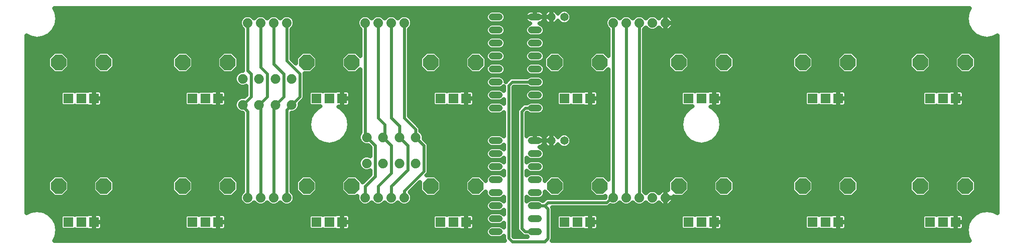
<source format=gtl>
G75*
G70*
%OFA0B0*%
%FSLAX24Y24*%
%IPPOS*%
%LPD*%
%AMOC8*
5,1,8,0,0,1.08239X$1,22.5*
%
%ADD10R,0.0740X0.0740*%
%ADD11OC8,0.1181*%
%ADD12C,0.0520*%
%ADD13C,0.0740*%
%ADD14C,0.0650*%
%ADD15C,0.0320*%
%ADD16C,0.0240*%
D10*
X005026Y003254D03*
X006010Y003254D03*
X006994Y003254D03*
X014526Y003254D03*
X015510Y003254D03*
X016494Y003254D03*
X024026Y003254D03*
X025010Y003254D03*
X025994Y003254D03*
X033526Y003254D03*
X034510Y003254D03*
X035494Y003254D03*
X043026Y003254D03*
X044010Y003254D03*
X044994Y003254D03*
X052526Y003254D03*
X053510Y003254D03*
X054494Y003254D03*
X062026Y003254D03*
X063010Y003254D03*
X063994Y003254D03*
X071026Y003254D03*
X072010Y003254D03*
X072994Y003254D03*
X072994Y012754D03*
X072010Y012754D03*
X071026Y012754D03*
X063994Y012754D03*
X063010Y012754D03*
X062026Y012754D03*
X054494Y012754D03*
X053510Y012754D03*
X052526Y012754D03*
X044994Y012754D03*
X044010Y012754D03*
X043026Y012754D03*
X035494Y012754D03*
X034510Y012754D03*
X033526Y012754D03*
X025994Y012754D03*
X025010Y012754D03*
X024026Y012754D03*
X016494Y012754D03*
X015510Y012754D03*
X014526Y012754D03*
X006994Y012754D03*
X006010Y012754D03*
X005026Y012754D03*
D11*
X004278Y015510D03*
X007742Y015510D03*
X013778Y015510D03*
X017242Y015510D03*
X023278Y015510D03*
X026742Y015510D03*
X032778Y015510D03*
X036242Y015510D03*
X042278Y015510D03*
X045742Y015510D03*
X051778Y015510D03*
X055242Y015510D03*
X061278Y015510D03*
X064742Y015510D03*
X070278Y015510D03*
X073742Y015510D03*
X073742Y006010D03*
X070278Y006010D03*
X064742Y006010D03*
X061278Y006010D03*
X055242Y006010D03*
X051778Y006010D03*
X045742Y006010D03*
X042278Y006010D03*
X036242Y006010D03*
X032778Y006010D03*
X026742Y006010D03*
X023278Y006010D03*
X017242Y006010D03*
X013778Y006010D03*
X007742Y006010D03*
X004278Y006010D03*
D12*
X037500Y005510D02*
X038020Y005510D01*
X040500Y005510D02*
X041020Y005510D01*
X041020Y004510D02*
X040500Y004510D01*
X038020Y004510D02*
X037500Y004510D01*
X037500Y003510D02*
X038020Y003510D01*
X040500Y003510D02*
X041020Y003510D01*
X041020Y002510D02*
X040500Y002510D01*
X038020Y002510D02*
X037500Y002510D01*
X037500Y006510D02*
X038020Y006510D01*
X040500Y006510D02*
X041020Y006510D01*
X041020Y007510D02*
X040500Y007510D01*
X038020Y007510D02*
X037500Y007510D01*
X037500Y008510D02*
X038020Y008510D01*
X040500Y008510D02*
X041020Y008510D01*
X041020Y009510D02*
X040500Y009510D01*
X038020Y009510D02*
X037500Y009510D01*
X037500Y012010D02*
X038020Y012010D01*
X040500Y012010D02*
X041020Y012010D01*
X041020Y013010D02*
X040500Y013010D01*
X038020Y013010D02*
X037500Y013010D01*
X037500Y014010D02*
X038020Y014010D01*
X040500Y014010D02*
X041020Y014010D01*
X041020Y015010D02*
X040500Y015010D01*
X038020Y015010D02*
X037500Y015010D01*
X037500Y016010D02*
X038020Y016010D01*
X040500Y016010D02*
X041020Y016010D01*
X041020Y017010D02*
X040500Y017010D01*
X038020Y017010D02*
X037500Y017010D01*
X037500Y018010D02*
X038020Y018010D01*
X040500Y018010D02*
X041020Y018010D01*
X041020Y019010D02*
X040500Y019010D01*
X038020Y019010D02*
X037500Y019010D01*
D13*
X030760Y018556D03*
X029760Y018556D03*
X028760Y018556D03*
X027760Y018556D03*
X021760Y018556D03*
X020760Y018556D03*
X019760Y018556D03*
X018760Y018556D03*
X018385Y014260D03*
X019635Y014260D03*
X020885Y014260D03*
X022135Y014260D03*
X022135Y012260D03*
X020885Y012260D03*
X019635Y012260D03*
X018385Y012260D03*
X027885Y009760D03*
X029135Y009760D03*
X030385Y009760D03*
X031635Y009760D03*
X031635Y007760D03*
X030385Y007760D03*
X029135Y007760D03*
X027885Y007760D03*
X027760Y005118D03*
X028760Y005118D03*
X029760Y005118D03*
X030760Y005118D03*
X021760Y005118D03*
X020760Y005118D03*
X019760Y005118D03*
X018760Y005118D03*
X046760Y005118D03*
X047760Y005118D03*
X048760Y005118D03*
X049760Y005118D03*
X050760Y005118D03*
X050760Y018556D03*
X049760Y018556D03*
X048760Y018556D03*
X047760Y018556D03*
X046760Y018556D03*
D14*
X043010Y019010D03*
X042010Y019010D03*
X042010Y009510D03*
X043010Y009510D03*
D15*
X004119Y002153D02*
X003949Y001820D01*
X038449Y001820D01*
X038400Y001938D01*
X038400Y002183D01*
X038303Y002086D01*
X038119Y002010D01*
X037401Y002010D01*
X037217Y002086D01*
X037076Y002227D01*
X037000Y002411D01*
X037000Y002609D01*
X037076Y002793D01*
X037217Y002934D01*
X037401Y003010D01*
X038119Y003010D01*
X038303Y002934D01*
X038400Y002837D01*
X038400Y003183D01*
X038303Y003086D01*
X038119Y003010D01*
X037401Y003010D01*
X037217Y003086D01*
X037076Y003227D01*
X037000Y003411D01*
X037000Y003609D01*
X037076Y003793D01*
X037217Y003934D01*
X037401Y004010D01*
X038119Y004010D01*
X038303Y003934D01*
X038400Y003837D01*
X038400Y004183D01*
X038303Y004086D01*
X038119Y004010D01*
X037401Y004010D01*
X037217Y004086D01*
X037076Y004227D01*
X037000Y004411D01*
X037000Y004609D01*
X037076Y004793D01*
X037217Y004934D01*
X037401Y005010D01*
X038119Y005010D01*
X038303Y004934D01*
X038400Y004837D01*
X038400Y005183D01*
X038303Y005086D01*
X038119Y005010D01*
X037401Y005010D01*
X037217Y005086D01*
X037076Y005227D01*
X037000Y005411D01*
X037000Y005593D01*
X036586Y005179D01*
X035898Y005179D01*
X035412Y005666D01*
X035412Y006354D01*
X035898Y006841D01*
X036586Y006841D01*
X037000Y006427D01*
X037000Y006609D01*
X037076Y006793D01*
X037217Y006934D01*
X037401Y007010D01*
X038119Y007010D01*
X038303Y006934D01*
X038400Y006837D01*
X038400Y007183D01*
X038303Y007086D01*
X038119Y007010D01*
X037401Y007010D01*
X037217Y007086D01*
X037076Y007227D01*
X037000Y007411D01*
X037000Y007609D01*
X037076Y007793D01*
X037217Y007934D01*
X037401Y008010D01*
X038119Y008010D01*
X038303Y007934D01*
X038400Y007837D01*
X038400Y008183D01*
X038303Y008086D01*
X038119Y008010D01*
X037401Y008010D01*
X037217Y008086D01*
X037076Y008227D01*
X037000Y008411D01*
X037000Y008609D01*
X037076Y008793D01*
X037217Y008934D01*
X037401Y009010D01*
X038119Y009010D01*
X038303Y008934D01*
X038400Y008837D01*
X038400Y009183D01*
X038303Y009086D01*
X038119Y009010D01*
X037401Y009010D01*
X037217Y009086D01*
X037076Y009227D01*
X037000Y009411D01*
X037000Y009609D01*
X037076Y009793D01*
X037217Y009934D01*
X037401Y010010D01*
X038119Y010010D01*
X038303Y009934D01*
X038400Y009837D01*
X038400Y011683D01*
X038303Y011586D01*
X038119Y011510D01*
X037401Y011510D01*
X037217Y011586D01*
X037076Y011727D01*
X037000Y011911D01*
X037000Y012109D01*
X037076Y012293D01*
X037217Y012434D01*
X037401Y012510D01*
X038119Y012510D01*
X038303Y012434D01*
X038400Y012337D01*
X038400Y012683D01*
X038303Y012586D01*
X038119Y012510D01*
X037401Y012510D01*
X037217Y012586D01*
X037076Y012727D01*
X037000Y012911D01*
X037000Y013109D01*
X037076Y013293D01*
X037217Y013434D01*
X037401Y013510D01*
X038119Y013510D01*
X038303Y013434D01*
X038400Y013337D01*
X038400Y013683D01*
X038303Y013586D01*
X038119Y013510D01*
X037401Y013510D01*
X037217Y013586D01*
X037076Y013727D01*
X037000Y013911D01*
X037000Y014109D01*
X037076Y014293D01*
X037217Y014434D01*
X037401Y014510D01*
X038119Y014510D01*
X038303Y014586D01*
X038444Y014727D01*
X038520Y014911D01*
X038520Y015109D01*
X038444Y015293D01*
X038303Y015434D01*
X038119Y015510D01*
X037401Y015510D01*
X037217Y015434D01*
X037076Y015293D01*
X037073Y015285D01*
X037073Y015735D01*
X037076Y015727D01*
X037217Y015586D01*
X037401Y015510D01*
X038119Y015510D01*
X038303Y015586D01*
X038444Y015727D01*
X038520Y015911D01*
X040000Y015911D01*
X040076Y015727D01*
X040217Y015586D01*
X040401Y015510D01*
X040217Y015434D01*
X040076Y015293D01*
X040000Y015109D01*
X040000Y014911D01*
X040076Y014727D01*
X040217Y014586D01*
X040401Y014510D01*
X041119Y014510D01*
X041303Y014586D01*
X041444Y014727D01*
X041520Y014911D01*
X041520Y015093D01*
X041934Y014679D01*
X042622Y014679D01*
X043108Y015166D01*
X043108Y015854D01*
X042622Y016341D01*
X041934Y016341D01*
X041520Y015927D01*
X041520Y016109D01*
X041444Y016293D01*
X041303Y016434D01*
X041119Y016510D01*
X040401Y016510D01*
X040217Y016434D01*
X040076Y016293D01*
X040000Y016109D01*
X040000Y015911D01*
X040210Y015593D02*
X038310Y015593D01*
X038520Y015911D02*
X038520Y016109D01*
X038444Y016293D01*
X038303Y016434D01*
X038119Y016510D01*
X037401Y016510D01*
X037217Y016434D01*
X037076Y016293D01*
X037000Y016109D01*
X037000Y015927D01*
X036586Y016341D01*
X035898Y016341D01*
X035412Y015854D01*
X035412Y015166D01*
X035898Y014679D01*
X036586Y014679D01*
X037000Y015093D01*
X037000Y014911D01*
X037076Y014727D01*
X037217Y014586D01*
X037401Y014510D01*
X038119Y014510D01*
X038303Y014434D01*
X038444Y014293D01*
X038520Y014109D01*
X038520Y014029D01*
X038556Y014065D01*
X038806Y014315D01*
X038938Y014370D01*
X040153Y014370D01*
X040217Y014434D01*
X040401Y014510D01*
X041119Y014510D01*
X041303Y014434D01*
X041444Y014293D01*
X041520Y014109D01*
X041520Y013911D01*
X041444Y013727D01*
X041303Y013586D01*
X041119Y013510D01*
X041303Y013434D01*
X041444Y013293D01*
X041520Y013109D01*
X041520Y012911D01*
X041444Y012727D01*
X041303Y012586D01*
X041119Y012510D01*
X040401Y012510D01*
X040217Y012586D01*
X040076Y012727D01*
X040000Y012911D01*
X040000Y013109D01*
X040076Y013293D01*
X040217Y013434D01*
X040401Y013510D01*
X041119Y013510D01*
X040401Y013510D01*
X040217Y013586D01*
X040153Y013650D01*
X039159Y013650D01*
X039120Y013611D01*
X039120Y002159D01*
X039159Y002120D01*
X040183Y002120D01*
X040153Y002150D01*
X039938Y002150D01*
X039806Y002205D01*
X039705Y002306D01*
X039455Y002556D01*
X039400Y002688D01*
X039400Y011832D01*
X039455Y011964D01*
X039556Y012065D01*
X039705Y012214D01*
X039806Y012315D01*
X039938Y012370D01*
X040153Y012370D01*
X040217Y012434D01*
X040401Y012510D01*
X041119Y012510D01*
X041303Y012434D01*
X041444Y012293D01*
X041520Y012109D01*
X041520Y011911D01*
X041444Y011727D01*
X041303Y011586D01*
X041119Y011510D01*
X040401Y011510D01*
X040217Y011586D01*
X040156Y011647D01*
X040120Y011611D01*
X040120Y009865D01*
X040161Y009907D01*
X040227Y009955D01*
X040300Y009992D01*
X040378Y010017D01*
X040459Y010030D01*
X040760Y010030D01*
X040760Y009510D01*
X042010Y009510D01*
X042010Y009510D01*
X042010Y010095D01*
X042056Y010095D01*
X042147Y010081D01*
X042235Y010052D01*
X042317Y010010D01*
X042391Y009956D01*
X042456Y009891D01*
X042510Y009817D01*
X042519Y009800D01*
X042531Y009830D01*
X042690Y009989D01*
X042898Y010075D01*
X043122Y010075D01*
X043330Y009989D01*
X043489Y009830D01*
X043575Y009622D01*
X043575Y009398D01*
X043489Y009190D01*
X043330Y009031D01*
X043122Y008945D01*
X042898Y008945D01*
X042690Y009031D01*
X042531Y009190D01*
X042519Y009220D01*
X042510Y009203D01*
X042456Y009129D01*
X042391Y009064D01*
X042317Y009010D01*
X042235Y008968D01*
X042147Y008939D01*
X042056Y008925D01*
X042010Y008925D01*
X042010Y009510D01*
X042010Y009510D01*
X042010Y009510D01*
X042010Y010095D01*
X041964Y010095D01*
X041873Y010081D01*
X041785Y010052D01*
X041703Y010010D01*
X041629Y009956D01*
X041564Y009891D01*
X041510Y009817D01*
X041479Y009755D01*
X041465Y009783D01*
X041417Y009849D01*
X041359Y009907D01*
X041293Y009955D01*
X041220Y009992D01*
X041142Y010017D01*
X041061Y010030D01*
X040760Y010030D01*
X040760Y009510D01*
X040760Y009510D01*
X040760Y009510D01*
X041540Y009510D01*
X042010Y009510D01*
X042010Y008925D01*
X041964Y008925D01*
X041873Y008939D01*
X041785Y008968D01*
X041703Y009010D01*
X041629Y009064D01*
X041564Y009129D01*
X041510Y009203D01*
X041479Y009265D01*
X041465Y009237D01*
X041417Y009171D01*
X041359Y009113D01*
X041293Y009065D01*
X041220Y009028D01*
X041142Y009003D01*
X041138Y009002D01*
X041303Y008934D01*
X041444Y008793D01*
X041520Y008609D01*
X041520Y008411D01*
X041444Y008227D01*
X041303Y008086D01*
X041119Y008010D01*
X040401Y008010D01*
X040217Y008086D01*
X040120Y008183D01*
X040120Y007837D01*
X040217Y007934D01*
X040401Y008010D01*
X041119Y008010D01*
X041303Y007934D01*
X041444Y007793D01*
X041520Y007609D01*
X041520Y007411D01*
X041444Y007227D01*
X041303Y007086D01*
X041119Y007010D01*
X040401Y007010D01*
X040217Y007086D01*
X040120Y007183D01*
X040120Y006837D01*
X040217Y006934D01*
X040401Y007010D01*
X041119Y007010D01*
X041303Y006934D01*
X041444Y006793D01*
X041520Y006609D01*
X041520Y006427D01*
X041934Y006841D01*
X042622Y006841D01*
X043108Y006354D01*
X043108Y005666D01*
X042622Y005179D01*
X041934Y005179D01*
X041520Y005593D01*
X041520Y005411D01*
X041444Y005227D01*
X041303Y005086D01*
X041119Y005010D01*
X040401Y005010D01*
X040217Y005086D01*
X040120Y005183D01*
X040120Y004837D01*
X040217Y004934D01*
X040401Y005010D01*
X041119Y005010D01*
X041303Y004934D01*
X041364Y004873D01*
X041556Y005065D01*
X041688Y005120D01*
X046111Y005120D01*
X046150Y005159D01*
X046150Y005240D01*
X046153Y005246D01*
X046086Y005179D01*
X045398Y005179D01*
X044912Y005666D01*
X044912Y006354D01*
X045398Y006841D01*
X046086Y006841D01*
X046400Y006527D01*
X046400Y014993D01*
X046086Y014679D01*
X045398Y014679D01*
X044912Y015166D01*
X044912Y015854D01*
X045398Y016341D01*
X046086Y016341D01*
X046400Y016027D01*
X046400Y018054D01*
X046243Y018211D01*
X046150Y018435D01*
X046150Y018678D01*
X046243Y018902D01*
X046414Y019073D01*
X046639Y019166D01*
X046881Y019166D01*
X047106Y019073D01*
X047260Y018919D01*
X047414Y019073D01*
X047639Y019166D01*
X047881Y019166D01*
X048106Y019073D01*
X048260Y018919D01*
X048414Y019073D01*
X048639Y019166D01*
X048881Y019166D01*
X049106Y019073D01*
X049260Y018919D01*
X049414Y019073D01*
X049639Y019166D01*
X049881Y019166D01*
X050106Y019073D01*
X050251Y018928D01*
X050279Y018967D01*
X050350Y019037D01*
X050430Y019095D01*
X050518Y019140D01*
X050612Y019171D01*
X050710Y019186D01*
X050760Y019186D01*
X050760Y018556D01*
X050760Y017926D01*
X050810Y017926D01*
X050908Y017942D01*
X051002Y017972D01*
X051090Y018017D01*
X051170Y018076D01*
X051241Y018146D01*
X051299Y018226D01*
X051344Y018314D01*
X051374Y018409D01*
X051390Y018507D01*
X051390Y018556D01*
X050760Y018556D01*
X050760Y018556D01*
X050760Y017926D01*
X050710Y017926D01*
X050612Y017942D01*
X050518Y017972D01*
X050430Y018017D01*
X050350Y018076D01*
X050279Y018146D01*
X050251Y018185D01*
X050106Y018039D01*
X049881Y017946D01*
X049639Y017946D01*
X049414Y018039D01*
X049260Y018194D01*
X049120Y018054D01*
X049120Y005621D01*
X049260Y005481D01*
X049414Y005635D01*
X049639Y005728D01*
X049881Y005728D01*
X050106Y005635D01*
X050251Y005490D01*
X050279Y005529D01*
X050350Y005599D01*
X050430Y005657D01*
X050518Y005702D01*
X050612Y005733D01*
X050710Y005748D01*
X050760Y005748D01*
X050760Y005118D01*
X050760Y004488D01*
X050810Y004488D01*
X050908Y004504D01*
X051002Y004534D01*
X051090Y004579D01*
X051170Y004638D01*
X051241Y004708D01*
X051299Y004788D01*
X051344Y004876D01*
X051374Y004971D01*
X051390Y005069D01*
X051390Y005118D01*
X050760Y005118D01*
X050760Y005118D01*
X050760Y004488D01*
X050710Y004488D01*
X050612Y004504D01*
X050518Y004534D01*
X050430Y004579D01*
X050350Y004638D01*
X050279Y004708D01*
X050251Y004747D01*
X050106Y004601D01*
X049881Y004508D01*
X049639Y004508D01*
X049414Y004601D01*
X049260Y004756D01*
X049106Y004601D01*
X048881Y004508D01*
X048639Y004508D01*
X048414Y004601D01*
X048260Y004756D01*
X048106Y004601D01*
X047881Y004508D01*
X047639Y004508D01*
X047414Y004601D01*
X047260Y004756D01*
X047106Y004601D01*
X046881Y004508D01*
X046639Y004508D01*
X046553Y004544D01*
X046464Y004455D01*
X046332Y004400D01*
X042092Y004400D01*
X042120Y004332D01*
X042120Y001938D01*
X042071Y001820D01*
X074071Y001820D01*
X073901Y002153D01*
X073901Y002153D01*
X073825Y002635D01*
X073825Y002635D01*
X073901Y003117D01*
X073901Y003117D01*
X074123Y003552D01*
X074123Y003552D01*
X074468Y003897D01*
X074468Y003897D01*
X074903Y004119D01*
X074903Y004119D01*
X075385Y004195D01*
X075385Y004195D01*
X075867Y004119D01*
X075867Y004119D01*
X076200Y003949D01*
X076200Y017571D01*
X075867Y017401D01*
X075867Y017401D01*
X075385Y017325D01*
X075385Y017325D01*
X074903Y017401D01*
X074903Y017401D01*
X074468Y017623D01*
X074468Y017623D01*
X074123Y017968D01*
X074123Y017968D01*
X073901Y018403D01*
X073901Y018403D01*
X073825Y018885D01*
X073825Y018885D01*
X073901Y019367D01*
X073901Y019367D01*
X074071Y019700D01*
X003949Y019700D01*
X004119Y019367D01*
X004119Y019367D01*
X004195Y018885D01*
X004119Y018403D01*
X004119Y018403D01*
X003897Y017968D01*
X003897Y017968D01*
X003552Y017623D01*
X003552Y017623D01*
X003117Y017401D01*
X003117Y017401D01*
X002635Y017325D01*
X002635Y017325D01*
X002153Y017401D01*
X002153Y017401D01*
X001820Y017571D01*
X001820Y003949D01*
X002153Y004119D01*
X002153Y004119D01*
X002635Y004195D01*
X002635Y004195D01*
X003117Y004119D01*
X003117Y004119D01*
X003552Y003897D01*
X003552Y003897D01*
X003897Y003552D01*
X003897Y003552D01*
X004119Y003117D01*
X004119Y003117D01*
X004195Y002635D01*
X004119Y002153D01*
X004119Y002153D01*
X004129Y002216D02*
X037087Y002216D01*
X037000Y002534D02*
X004179Y002534D01*
X004452Y002748D02*
X004520Y002681D01*
X004608Y002644D01*
X005443Y002644D01*
X005518Y002675D01*
X005592Y002644D01*
X006428Y002644D01*
X006482Y002667D01*
X006501Y002654D01*
X006548Y002634D01*
X006599Y002624D01*
X006994Y002624D01*
X006994Y003254D01*
X006994Y003254D01*
X006994Y003884D01*
X006599Y003884D01*
X006548Y003874D01*
X006501Y003855D01*
X006482Y003842D01*
X006428Y003864D01*
X005592Y003864D01*
X005518Y003833D01*
X005443Y003864D01*
X004608Y003864D01*
X004520Y003828D01*
X004452Y003760D01*
X004416Y003672D01*
X004416Y002836D01*
X004452Y002748D01*
X004416Y002853D02*
X004161Y002853D01*
X004091Y003171D02*
X004416Y003171D01*
X004416Y003490D02*
X003929Y003490D01*
X003641Y003808D02*
X004500Y003808D01*
X003067Y004127D02*
X037176Y004127D01*
X037000Y004445D02*
X001820Y004445D01*
X001820Y004127D02*
X002203Y004127D01*
X001820Y004764D02*
X018252Y004764D01*
X018243Y004773D02*
X018414Y004601D01*
X018639Y004508D01*
X018881Y004508D01*
X019106Y004601D01*
X019260Y004756D01*
X019414Y004601D01*
X019639Y004508D01*
X019881Y004508D01*
X020106Y004601D01*
X020260Y004756D01*
X020414Y004601D01*
X020639Y004508D01*
X020881Y004508D01*
X021106Y004601D01*
X021260Y004756D01*
X021414Y004601D01*
X021639Y004508D01*
X021881Y004508D01*
X022106Y004601D01*
X022277Y004773D01*
X022370Y004997D01*
X022370Y005240D01*
X022277Y005464D01*
X022120Y005621D01*
X022120Y011650D01*
X022256Y011650D01*
X022481Y011743D01*
X022652Y011914D01*
X022745Y012139D01*
X022745Y012361D01*
X023065Y012681D01*
X023120Y012813D01*
X023120Y014679D01*
X023622Y014679D01*
X024108Y015166D01*
X024108Y015854D01*
X023622Y016341D01*
X022934Y016341D01*
X022447Y015854D01*
X022447Y015457D01*
X022120Y015784D01*
X022120Y018054D01*
X022277Y018211D01*
X022370Y018435D01*
X022370Y018678D01*
X022277Y018902D01*
X022106Y019073D01*
X021881Y019166D01*
X021639Y019166D01*
X021414Y019073D01*
X021260Y018919D01*
X021106Y019073D01*
X020881Y019166D01*
X020639Y019166D01*
X020414Y019073D01*
X020260Y018919D01*
X020106Y019073D01*
X019881Y019166D01*
X019639Y019166D01*
X019414Y019073D01*
X019260Y018919D01*
X019106Y019073D01*
X018881Y019166D01*
X018639Y019166D01*
X018414Y019073D01*
X018243Y018902D01*
X018150Y018678D01*
X018150Y018435D01*
X018243Y018211D01*
X018400Y018054D01*
X018400Y014870D01*
X018264Y014870D01*
X018039Y014777D01*
X017868Y014606D01*
X017775Y014381D01*
X017775Y014139D01*
X017868Y013914D01*
X018039Y013743D01*
X018264Y013650D01*
X018506Y013650D01*
X018650Y013710D01*
X018650Y013034D01*
X018486Y012870D01*
X018264Y012870D01*
X018039Y012777D01*
X017868Y012606D01*
X017775Y012381D01*
X017775Y012139D01*
X017868Y011914D01*
X018039Y011743D01*
X018264Y011650D01*
X018361Y011650D01*
X018400Y011611D01*
X018400Y005621D01*
X018243Y005464D01*
X018150Y005240D01*
X018150Y004997D01*
X018243Y004773D01*
X018150Y005082D02*
X001820Y005082D01*
X001820Y005401D02*
X003713Y005401D01*
X003934Y005179D02*
X003447Y005666D01*
X003447Y006354D01*
X003934Y006841D01*
X004622Y006841D01*
X005108Y006354D01*
X005108Y005666D01*
X004622Y005179D01*
X003934Y005179D01*
X004843Y005401D02*
X007177Y005401D01*
X007398Y005179D02*
X006912Y005666D01*
X006912Y006354D01*
X007398Y006841D01*
X008086Y006841D01*
X008573Y006354D01*
X008573Y005666D01*
X008086Y005179D01*
X007398Y005179D01*
X008307Y005401D02*
X013213Y005401D01*
X013434Y005179D02*
X012947Y005666D01*
X012947Y006354D01*
X013434Y006841D01*
X014122Y006841D01*
X014608Y006354D01*
X014608Y005666D01*
X014122Y005179D01*
X013434Y005179D01*
X014343Y005401D02*
X016677Y005401D01*
X016898Y005179D02*
X017586Y005179D01*
X018073Y005666D01*
X018073Y006354D01*
X017586Y006841D01*
X016898Y006841D01*
X016412Y006354D01*
X016412Y005666D01*
X016898Y005179D01*
X017807Y005401D02*
X018217Y005401D01*
X018073Y005719D02*
X018400Y005719D01*
X018400Y006038D02*
X018073Y006038D01*
X018071Y006356D02*
X018400Y006356D01*
X018400Y006675D02*
X017752Y006675D01*
X018400Y006993D02*
X001820Y006993D01*
X001820Y006675D02*
X003768Y006675D01*
X003449Y006356D02*
X001820Y006356D01*
X001820Y006038D02*
X003447Y006038D01*
X003447Y005719D02*
X001820Y005719D01*
X005108Y005719D02*
X006912Y005719D01*
X006912Y006038D02*
X005108Y006038D01*
X005106Y006356D02*
X006914Y006356D01*
X007232Y006675D02*
X004788Y006675D01*
X001820Y007312D02*
X018400Y007312D01*
X018400Y007630D02*
X001820Y007630D01*
X001820Y007949D02*
X018400Y007949D01*
X018400Y008267D02*
X001820Y008267D01*
X001820Y008586D02*
X018400Y008586D01*
X018400Y008904D02*
X001820Y008904D01*
X001820Y009223D02*
X018400Y009223D01*
X018400Y009541D02*
X001820Y009541D01*
X001820Y009860D02*
X018400Y009860D01*
X018400Y010178D02*
X001820Y010178D01*
X001820Y010497D02*
X018400Y010497D01*
X018400Y010815D02*
X001820Y010815D01*
X001820Y011134D02*
X018400Y011134D01*
X018400Y011452D02*
X001820Y011452D01*
X001820Y011771D02*
X018012Y011771D01*
X017796Y012089D02*
X001820Y012089D01*
X001820Y012408D02*
X004416Y012408D01*
X004416Y012336D02*
X004452Y012248D01*
X004520Y012181D01*
X004608Y012144D01*
X005443Y012144D01*
X005518Y012175D01*
X005592Y012144D01*
X006428Y012144D01*
X006482Y012167D01*
X006501Y012154D01*
X006548Y012134D01*
X006599Y012124D01*
X006994Y012124D01*
X006994Y012754D01*
X006994Y012754D01*
X006994Y013384D01*
X006599Y013384D01*
X006548Y013374D01*
X006501Y013355D01*
X006482Y013342D01*
X006428Y013364D01*
X005592Y013364D01*
X005518Y013333D01*
X005443Y013364D01*
X004608Y013364D01*
X004520Y013328D01*
X004452Y013260D01*
X004416Y013172D01*
X004416Y012336D01*
X004416Y012726D02*
X001820Y012726D01*
X001820Y013045D02*
X004416Y013045D01*
X004605Y013363D02*
X001820Y013363D01*
X001820Y013682D02*
X018188Y013682D01*
X018582Y013682D02*
X018650Y013682D01*
X018650Y013363D02*
X016967Y013363D01*
X016987Y013355D02*
X016940Y013374D01*
X016890Y013384D01*
X016494Y013384D01*
X016099Y013384D01*
X016048Y013374D01*
X016001Y013355D01*
X015982Y013342D01*
X015928Y013364D01*
X015092Y013364D01*
X015018Y013333D01*
X014943Y013364D01*
X014108Y013364D01*
X014020Y013328D01*
X013952Y013260D01*
X013916Y013172D01*
X013916Y012336D01*
X013952Y012248D01*
X014020Y012181D01*
X014108Y012144D01*
X014943Y012144D01*
X015018Y012175D01*
X015092Y012144D01*
X015928Y012144D01*
X015982Y012167D01*
X016001Y012154D01*
X016048Y012134D01*
X016099Y012124D01*
X016494Y012124D01*
X016494Y012754D01*
X016494Y012754D01*
X016494Y013384D01*
X016494Y012754D01*
X016494Y012754D01*
X016494Y012124D01*
X016890Y012124D01*
X016940Y012134D01*
X016987Y012154D01*
X017030Y012182D01*
X017066Y012218D01*
X017095Y012261D01*
X017114Y012308D01*
X017124Y012358D01*
X017124Y012754D01*
X016494Y012754D01*
X016494Y012754D01*
X017124Y012754D01*
X017124Y013150D01*
X017114Y013200D01*
X017095Y013247D01*
X017066Y013290D01*
X017030Y013326D01*
X016987Y013355D01*
X016494Y013363D02*
X016494Y013363D01*
X016022Y013363D02*
X015930Y013363D01*
X015090Y013363D02*
X014946Y013363D01*
X014105Y013363D02*
X007467Y013363D01*
X007487Y013355D02*
X007440Y013374D01*
X007390Y013384D01*
X006994Y013384D01*
X006994Y012754D01*
X006994Y012754D01*
X006994Y012124D01*
X007390Y012124D01*
X007440Y012134D01*
X007487Y012154D01*
X007530Y012182D01*
X007566Y012218D01*
X007595Y012261D01*
X007614Y012308D01*
X007624Y012358D01*
X007624Y012754D01*
X006994Y012754D01*
X006994Y012754D01*
X007624Y012754D01*
X007624Y013150D01*
X007614Y013200D01*
X007595Y013247D01*
X007566Y013290D01*
X007530Y013326D01*
X007487Y013355D01*
X006994Y013363D02*
X006994Y013363D01*
X006522Y013363D02*
X006430Y013363D01*
X005590Y013363D02*
X005446Y013363D01*
X006994Y013045D02*
X006994Y013045D01*
X006994Y012726D02*
X006994Y012726D01*
X007624Y012726D02*
X013916Y012726D01*
X013916Y013045D02*
X007624Y013045D01*
X007624Y012408D02*
X013916Y012408D01*
X016494Y012408D02*
X016494Y012408D01*
X017124Y012408D02*
X017786Y012408D01*
X017988Y012726D02*
X017124Y012726D01*
X017124Y013045D02*
X018650Y013045D01*
X016494Y013045D02*
X016494Y013045D01*
X016494Y012726D02*
X016494Y012726D01*
X017832Y014000D02*
X001820Y014000D01*
X001820Y014319D02*
X017775Y014319D01*
X017899Y014637D02*
X001820Y014637D01*
X001820Y014956D02*
X003658Y014956D01*
X003447Y015166D02*
X003934Y014679D01*
X004622Y014679D01*
X005108Y015166D01*
X005108Y015854D01*
X004622Y016341D01*
X003934Y016341D01*
X003447Y015854D01*
X003447Y015166D01*
X003447Y015274D02*
X001820Y015274D01*
X001820Y015593D02*
X003447Y015593D01*
X003504Y015911D02*
X001820Y015911D01*
X001820Y016230D02*
X003823Y016230D01*
X004733Y016230D02*
X007287Y016230D01*
X007398Y016341D02*
X006912Y015854D01*
X006912Y015166D01*
X007398Y014679D01*
X008086Y014679D01*
X008573Y015166D01*
X008573Y015854D01*
X008086Y016341D01*
X007398Y016341D01*
X008197Y016230D02*
X013323Y016230D01*
X013434Y016341D02*
X012947Y015854D01*
X012947Y015166D01*
X013434Y014679D01*
X014122Y014679D01*
X014608Y015166D01*
X014608Y015854D01*
X014122Y016341D01*
X013434Y016341D01*
X014233Y016230D02*
X016787Y016230D01*
X016898Y016341D02*
X016412Y015854D01*
X016412Y015166D01*
X016898Y014679D01*
X017586Y014679D01*
X018073Y015166D01*
X018073Y015854D01*
X017586Y016341D01*
X016898Y016341D01*
X017697Y016230D02*
X018400Y016230D01*
X018400Y016548D02*
X001820Y016548D01*
X001820Y016867D02*
X018400Y016867D01*
X018400Y017185D02*
X001820Y017185D01*
X001820Y017504D02*
X001952Y017504D01*
X003318Y017504D02*
X018400Y017504D01*
X018400Y017822D02*
X003751Y017822D01*
X003985Y018141D02*
X018313Y018141D01*
X018150Y018459D02*
X004128Y018459D01*
X004178Y018778D02*
X018191Y018778D01*
X018469Y019096D02*
X004162Y019096D01*
X004094Y019415D02*
X037197Y019415D01*
X037217Y019434D02*
X037076Y019293D01*
X037000Y019109D01*
X037000Y018911D01*
X037076Y018727D01*
X037217Y018586D01*
X037401Y018510D01*
X038119Y018510D01*
X038303Y018586D01*
X038444Y018727D01*
X038520Y018911D01*
X038520Y019109D01*
X038444Y019293D01*
X038303Y019434D01*
X038119Y019510D01*
X037401Y019510D01*
X037217Y019434D01*
X037000Y019096D02*
X031051Y019096D01*
X031106Y019073D02*
X030881Y019166D01*
X030639Y019166D01*
X030414Y019073D01*
X030260Y018919D01*
X030106Y019073D01*
X029881Y019166D01*
X029639Y019166D01*
X029414Y019073D01*
X029260Y018919D01*
X029106Y019073D01*
X028881Y019166D01*
X028639Y019166D01*
X028414Y019073D01*
X028260Y018919D01*
X028106Y019073D01*
X027881Y019166D01*
X027639Y019166D01*
X027414Y019073D01*
X027243Y018902D01*
X027150Y018678D01*
X027150Y018435D01*
X027243Y018211D01*
X027400Y018054D01*
X027400Y016027D01*
X027086Y016341D01*
X026398Y016341D01*
X025912Y015854D01*
X025912Y015166D01*
X026398Y014679D01*
X027086Y014679D01*
X027400Y014993D01*
X027400Y010138D01*
X027368Y010106D01*
X027275Y009881D01*
X027275Y009639D01*
X027368Y009414D01*
X027539Y009243D01*
X027764Y009150D01*
X027986Y009150D01*
X028150Y008986D01*
X028150Y008310D01*
X028006Y008370D01*
X027764Y008370D01*
X027539Y008277D01*
X027368Y008106D01*
X027275Y007881D01*
X027275Y007639D01*
X027368Y007414D01*
X027539Y007243D01*
X027764Y007150D01*
X028006Y007150D01*
X028150Y007210D01*
X028150Y006909D01*
X027573Y006332D01*
X027573Y006354D01*
X027086Y006841D01*
X026398Y006841D01*
X025912Y006354D01*
X025912Y005666D01*
X026398Y005179D01*
X027086Y005179D01*
X027153Y005246D01*
X027150Y005240D01*
X027150Y004997D01*
X027243Y004773D01*
X027414Y004601D01*
X027639Y004508D01*
X027881Y004508D01*
X028106Y004601D01*
X028260Y004756D01*
X028414Y004601D01*
X028639Y004508D01*
X028881Y004508D01*
X029106Y004601D01*
X029260Y004756D01*
X029414Y004601D01*
X029639Y004508D01*
X029881Y004508D01*
X030106Y004601D01*
X030260Y004756D01*
X030414Y004601D01*
X030639Y004508D01*
X030881Y004508D01*
X031106Y004601D01*
X031277Y004773D01*
X031370Y004997D01*
X031370Y005240D01*
X031277Y005464D01*
X031188Y005553D01*
X031947Y006313D01*
X031947Y005666D01*
X032434Y005179D01*
X033122Y005179D01*
X033608Y005666D01*
X033608Y006354D01*
X033122Y006841D01*
X032475Y006841D01*
X032565Y006931D01*
X032620Y007063D01*
X032620Y009207D01*
X032565Y009339D01*
X032464Y009440D01*
X032245Y009659D01*
X032245Y009881D01*
X032152Y010106D01*
X031995Y010263D01*
X031995Y010457D01*
X031940Y010589D01*
X031839Y010690D01*
X031839Y010690D01*
X031120Y011409D01*
X031120Y018054D01*
X031277Y018211D01*
X031370Y018435D01*
X031370Y018678D01*
X031277Y018902D01*
X031106Y019073D01*
X031329Y018778D02*
X037055Y018778D01*
X037217Y018434D02*
X037401Y018510D01*
X038119Y018510D01*
X038303Y018434D01*
X038444Y018293D01*
X038520Y018109D01*
X038520Y017911D01*
X038444Y017727D01*
X038303Y017586D01*
X038119Y017510D01*
X037401Y017510D01*
X037217Y017586D01*
X037076Y017727D01*
X037000Y017911D01*
X037000Y018109D01*
X037076Y018293D01*
X037217Y018434D01*
X037277Y018459D02*
X031370Y018459D01*
X031207Y018141D02*
X037013Y018141D01*
X037037Y017822D02*
X031120Y017822D01*
X031120Y017504D02*
X037385Y017504D01*
X037401Y017510D02*
X037217Y017434D01*
X037076Y017293D01*
X037000Y017109D01*
X037000Y016911D01*
X037076Y016727D01*
X037217Y016586D01*
X037401Y016510D01*
X038119Y016510D01*
X038303Y016586D01*
X038444Y016727D01*
X038520Y016911D01*
X038520Y017109D01*
X038444Y017293D01*
X038303Y017434D01*
X038119Y017510D01*
X037401Y017510D01*
X038135Y017504D02*
X040385Y017504D01*
X040401Y017510D02*
X041119Y017510D01*
X041303Y017586D01*
X041444Y017727D01*
X041520Y017911D01*
X041520Y018109D01*
X041444Y018293D01*
X041303Y018434D01*
X041138Y018502D01*
X041142Y018503D01*
X041220Y018528D01*
X041293Y018565D01*
X041359Y018613D01*
X041417Y018671D01*
X041465Y018737D01*
X041479Y018765D01*
X041510Y018703D01*
X041564Y018629D01*
X041629Y018564D01*
X041703Y018510D01*
X041785Y018468D01*
X041873Y018439D01*
X041964Y018425D01*
X042010Y018425D01*
X042056Y018425D01*
X042147Y018439D01*
X042235Y018468D01*
X042317Y018510D01*
X042391Y018564D01*
X042456Y018629D01*
X042510Y018703D01*
X042519Y018720D01*
X042531Y018690D01*
X042690Y018531D01*
X042898Y018445D01*
X043122Y018445D01*
X043330Y018531D01*
X043489Y018690D01*
X043575Y018898D01*
X043575Y019122D01*
X043489Y019330D01*
X043330Y019489D01*
X043122Y019575D01*
X042898Y019575D01*
X042690Y019489D01*
X042531Y019330D01*
X042519Y019300D01*
X042510Y019317D01*
X042456Y019391D01*
X042391Y019456D01*
X042317Y019510D01*
X042235Y019552D01*
X042147Y019581D01*
X042056Y019595D01*
X042010Y019595D01*
X042010Y019010D01*
X042010Y019010D01*
X042010Y018425D01*
X042010Y019010D01*
X042010Y019010D01*
X042010Y019595D01*
X041964Y019595D01*
X041873Y019581D01*
X041785Y019552D01*
X041703Y019510D01*
X041629Y019456D01*
X041564Y019391D01*
X041510Y019317D01*
X041479Y019255D01*
X041465Y019283D01*
X041417Y019349D01*
X041359Y019407D01*
X041293Y019455D01*
X041220Y019492D01*
X041142Y019517D01*
X041061Y019530D01*
X040760Y019530D01*
X040760Y019010D01*
X040760Y019010D01*
X042010Y019010D01*
X042010Y019010D01*
X041540Y019010D01*
X040760Y019010D01*
X040760Y019010D01*
X040760Y019010D01*
X039980Y019010D01*
X039980Y019051D01*
X039993Y019132D01*
X040018Y019210D01*
X040055Y019283D01*
X040103Y019349D01*
X040161Y019407D01*
X040227Y019455D01*
X040300Y019492D01*
X040378Y019517D01*
X040459Y019530D01*
X040760Y019530D01*
X040760Y019010D01*
X039980Y019010D01*
X039980Y018969D01*
X039993Y018888D01*
X040018Y018810D01*
X040055Y018737D01*
X040103Y018671D01*
X040161Y018613D01*
X040227Y018565D01*
X040300Y018528D01*
X040378Y018503D01*
X040382Y018502D01*
X040217Y018434D01*
X040076Y018293D01*
X040000Y018109D01*
X040000Y017911D01*
X040076Y017727D01*
X040217Y017586D01*
X040401Y017510D01*
X040217Y017434D01*
X040076Y017293D01*
X040000Y017109D01*
X040000Y016911D01*
X040076Y016727D01*
X040217Y016586D01*
X040401Y016510D01*
X041119Y016510D01*
X041303Y016586D01*
X041444Y016727D01*
X041520Y016911D01*
X041520Y017109D01*
X041444Y017293D01*
X041303Y017434D01*
X041119Y017510D01*
X040401Y017510D01*
X040037Y017822D02*
X038483Y017822D01*
X038507Y018141D02*
X040013Y018141D01*
X040277Y018459D02*
X038243Y018459D01*
X038465Y018778D02*
X040035Y018778D01*
X039987Y019096D02*
X038520Y019096D01*
X038323Y019415D02*
X040172Y019415D01*
X040760Y019415D02*
X040760Y019415D01*
X041348Y019415D02*
X041587Y019415D01*
X042010Y019415D02*
X042010Y019415D01*
X042433Y019415D02*
X042615Y019415D01*
X043405Y019415D02*
X073926Y019415D01*
X073858Y019096D02*
X051088Y019096D01*
X051090Y019095D02*
X051002Y019140D01*
X050908Y019171D01*
X050810Y019186D01*
X050760Y019186D01*
X050760Y018556D01*
X050760Y018556D01*
X051390Y018556D01*
X051390Y018606D01*
X051374Y018704D01*
X051344Y018798D01*
X051299Y018886D01*
X051241Y018967D01*
X051170Y019037D01*
X051090Y019095D01*
X050760Y019096D02*
X050760Y019096D01*
X050760Y018778D02*
X050760Y018778D01*
X050760Y018556D02*
X050760Y018556D01*
X050760Y018459D02*
X050760Y018459D01*
X050760Y018141D02*
X050760Y018141D01*
X051235Y018141D02*
X074035Y018141D01*
X073892Y018459D02*
X051382Y018459D01*
X050285Y018141D02*
X050207Y018141D01*
X049313Y018141D02*
X049207Y018141D01*
X049120Y017822D02*
X074269Y017822D01*
X074702Y017504D02*
X049120Y017504D01*
X049120Y017185D02*
X076200Y017185D01*
X076200Y016867D02*
X049120Y016867D01*
X049120Y016548D02*
X076200Y016548D01*
X076200Y016230D02*
X074197Y016230D01*
X074086Y016341D02*
X073398Y016341D01*
X072912Y015854D01*
X072912Y015166D01*
X073398Y014679D01*
X074086Y014679D01*
X074573Y015166D01*
X074573Y015854D01*
X074086Y016341D01*
X073287Y016230D02*
X070733Y016230D01*
X070622Y016341D02*
X069934Y016341D01*
X069447Y015854D01*
X069447Y015166D01*
X069934Y014679D01*
X070622Y014679D01*
X071108Y015166D01*
X071108Y015854D01*
X070622Y016341D01*
X069823Y016230D02*
X065197Y016230D01*
X065086Y016341D02*
X064398Y016341D01*
X063912Y015854D01*
X063912Y015166D01*
X064398Y014679D01*
X065086Y014679D01*
X065573Y015166D01*
X065573Y015854D01*
X065086Y016341D01*
X064287Y016230D02*
X061733Y016230D01*
X061622Y016341D02*
X060934Y016341D01*
X060447Y015854D01*
X060447Y015166D01*
X060934Y014679D01*
X061622Y014679D01*
X062108Y015166D01*
X062108Y015854D01*
X061622Y016341D01*
X060823Y016230D02*
X055697Y016230D01*
X055586Y016341D02*
X054898Y016341D01*
X054412Y015854D01*
X054412Y015166D01*
X054898Y014679D01*
X055586Y014679D01*
X056073Y015166D01*
X056073Y015854D01*
X055586Y016341D01*
X054787Y016230D02*
X052233Y016230D01*
X052122Y016341D02*
X051434Y016341D01*
X050947Y015854D01*
X050947Y015166D01*
X051434Y014679D01*
X052122Y014679D01*
X052608Y015166D01*
X052608Y015854D01*
X052122Y016341D01*
X051323Y016230D02*
X049120Y016230D01*
X049120Y015911D02*
X051004Y015911D01*
X050947Y015593D02*
X049120Y015593D01*
X049120Y015274D02*
X050947Y015274D01*
X051158Y014956D02*
X049120Y014956D01*
X049120Y014637D02*
X076200Y014637D01*
X076200Y014956D02*
X074362Y014956D01*
X074573Y015274D02*
X076200Y015274D01*
X076200Y015593D02*
X074573Y015593D01*
X074516Y015911D02*
X076200Y015911D01*
X073122Y014956D02*
X070898Y014956D01*
X071108Y015274D02*
X072912Y015274D01*
X072912Y015593D02*
X071108Y015593D01*
X071051Y015911D02*
X072969Y015911D01*
X069658Y014956D02*
X065362Y014956D01*
X065573Y015274D02*
X069447Y015274D01*
X069447Y015593D02*
X065573Y015593D01*
X065516Y015911D02*
X069504Y015911D01*
X064122Y014956D02*
X061898Y014956D01*
X062108Y015274D02*
X063912Y015274D01*
X063912Y015593D02*
X062108Y015593D01*
X062051Y015911D02*
X063969Y015911D01*
X060658Y014956D02*
X055862Y014956D01*
X056073Y015274D02*
X060447Y015274D01*
X060447Y015593D02*
X056073Y015593D01*
X056016Y015911D02*
X060504Y015911D01*
X054622Y014956D02*
X052398Y014956D01*
X052608Y015274D02*
X054412Y015274D01*
X054412Y015593D02*
X052608Y015593D01*
X052551Y015911D02*
X054469Y015911D01*
X049120Y014319D02*
X076200Y014319D01*
X076200Y014000D02*
X049120Y014000D01*
X049120Y013682D02*
X076200Y013682D01*
X076200Y013363D02*
X073467Y013363D01*
X073487Y013355D02*
X073440Y013374D01*
X073390Y013384D01*
X072994Y013384D01*
X072599Y013384D01*
X072548Y013374D01*
X072501Y013355D01*
X072482Y013342D01*
X072428Y013364D01*
X071592Y013364D01*
X071518Y013333D01*
X071443Y013364D01*
X070608Y013364D01*
X070520Y013328D01*
X070452Y013260D01*
X070416Y013172D01*
X070416Y012336D01*
X070452Y012248D01*
X070520Y012181D01*
X070608Y012144D01*
X071443Y012144D01*
X071518Y012175D01*
X071592Y012144D01*
X072428Y012144D01*
X072482Y012167D01*
X072501Y012154D01*
X072548Y012134D01*
X072599Y012124D01*
X072994Y012124D01*
X072994Y012754D01*
X072994Y012754D01*
X072994Y013384D01*
X072994Y012754D01*
X072994Y012754D01*
X072994Y012124D01*
X073390Y012124D01*
X073440Y012134D01*
X073487Y012154D01*
X073530Y012182D01*
X073566Y012218D01*
X073595Y012261D01*
X073614Y012308D01*
X073624Y012358D01*
X073624Y012754D01*
X072994Y012754D01*
X072994Y012754D01*
X073624Y012754D01*
X073624Y013150D01*
X073614Y013200D01*
X073595Y013247D01*
X073566Y013290D01*
X073530Y013326D01*
X073487Y013355D01*
X072994Y013363D02*
X072994Y013363D01*
X072522Y013363D02*
X072430Y013363D01*
X071590Y013363D02*
X071446Y013363D01*
X070605Y013363D02*
X064467Y013363D01*
X064487Y013355D02*
X064440Y013374D01*
X064390Y013384D01*
X063994Y013384D01*
X063599Y013384D01*
X063548Y013374D01*
X063501Y013355D01*
X063482Y013342D01*
X063428Y013364D01*
X062592Y013364D01*
X062518Y013333D01*
X062443Y013364D01*
X061608Y013364D01*
X061520Y013328D01*
X061452Y013260D01*
X061416Y013172D01*
X061416Y012336D01*
X061452Y012248D01*
X061520Y012181D01*
X061608Y012144D01*
X062443Y012144D01*
X062518Y012175D01*
X062592Y012144D01*
X063428Y012144D01*
X063482Y012167D01*
X063501Y012154D01*
X063548Y012134D01*
X063599Y012124D01*
X063994Y012124D01*
X063994Y012754D01*
X063994Y012754D01*
X063994Y013384D01*
X063994Y012754D01*
X063994Y012754D01*
X063994Y012124D01*
X064390Y012124D01*
X064440Y012134D01*
X064487Y012154D01*
X064530Y012182D01*
X064566Y012218D01*
X064595Y012261D01*
X064614Y012308D01*
X064624Y012358D01*
X064624Y012754D01*
X063994Y012754D01*
X063994Y012754D01*
X064624Y012754D01*
X064624Y013150D01*
X064614Y013200D01*
X064595Y013247D01*
X064566Y013290D01*
X064530Y013326D01*
X064487Y013355D01*
X063994Y013363D02*
X063994Y013363D01*
X063522Y013363D02*
X063430Y013363D01*
X062590Y013363D02*
X062446Y013363D01*
X061605Y013363D02*
X054967Y013363D01*
X054987Y013355D02*
X054940Y013374D01*
X054890Y013384D01*
X054494Y013384D01*
X054099Y013384D01*
X054048Y013374D01*
X054001Y013355D01*
X053982Y013342D01*
X053928Y013364D01*
X053092Y013364D01*
X053018Y013333D01*
X052943Y013364D01*
X052108Y013364D01*
X052020Y013328D01*
X051952Y013260D01*
X051916Y013172D01*
X051916Y012336D01*
X051952Y012248D01*
X052020Y012181D01*
X052108Y012144D01*
X052833Y012144D01*
X052593Y012022D01*
X052248Y011677D01*
X052248Y011677D01*
X052026Y011242D01*
X051950Y010760D01*
X051950Y010760D01*
X052026Y010278D01*
X052026Y010278D01*
X052248Y009843D01*
X052593Y009498D01*
X053028Y009276D01*
X053510Y009200D01*
X053992Y009276D01*
X054427Y009498D01*
X054772Y009843D01*
X054772Y009843D01*
X054994Y010278D01*
X055070Y010760D01*
X054994Y011242D01*
X054772Y011677D01*
X054427Y012022D01*
X054227Y012124D01*
X054494Y012124D01*
X054494Y012754D01*
X054494Y012754D01*
X054494Y013384D01*
X054494Y012754D01*
X054494Y012754D01*
X054494Y012124D01*
X054890Y012124D01*
X054940Y012134D01*
X054987Y012154D01*
X055030Y012182D01*
X055066Y012218D01*
X055095Y012261D01*
X055114Y012308D01*
X055124Y012358D01*
X055124Y012754D01*
X054494Y012754D01*
X054494Y012754D01*
X055124Y012754D01*
X055124Y013150D01*
X055114Y013200D01*
X055095Y013247D01*
X055066Y013290D01*
X055030Y013326D01*
X054987Y013355D01*
X054494Y013363D02*
X054494Y013363D01*
X054022Y013363D02*
X053930Y013363D01*
X053090Y013363D02*
X052946Y013363D01*
X052105Y013363D02*
X049120Y013363D01*
X049120Y013045D02*
X051916Y013045D01*
X051916Y012726D02*
X049120Y012726D01*
X049120Y012408D02*
X051916Y012408D01*
X052724Y012089D02*
X049120Y012089D01*
X049120Y011771D02*
X052341Y011771D01*
X052593Y012022D02*
X052593Y012022D01*
X052133Y011452D02*
X049120Y011452D01*
X049120Y011134D02*
X052009Y011134D01*
X052026Y011242D02*
X052026Y011242D01*
X051959Y010815D02*
X049120Y010815D01*
X049120Y010497D02*
X051992Y010497D01*
X052077Y010178D02*
X049120Y010178D01*
X049120Y009860D02*
X052240Y009860D01*
X052248Y009843D02*
X052248Y009843D01*
X052550Y009541D02*
X049120Y009541D01*
X049120Y009223D02*
X053368Y009223D01*
X053510Y009200D02*
X053510Y009200D01*
X053652Y009223D02*
X076200Y009223D01*
X076200Y008904D02*
X049120Y008904D01*
X049120Y008586D02*
X076200Y008586D01*
X076200Y008267D02*
X049120Y008267D01*
X049120Y007949D02*
X076200Y007949D01*
X076200Y007630D02*
X049120Y007630D01*
X049120Y007312D02*
X076200Y007312D01*
X076200Y006993D02*
X049120Y006993D01*
X049120Y006675D02*
X051268Y006675D01*
X051434Y006841D02*
X050947Y006354D01*
X050947Y005720D01*
X050908Y005733D01*
X050810Y005748D01*
X050760Y005748D01*
X050760Y005118D01*
X050760Y005118D01*
X051390Y005118D01*
X051390Y005168D01*
X051380Y005234D01*
X051434Y005179D01*
X052122Y005179D01*
X052608Y005666D01*
X052608Y006354D01*
X052122Y006841D01*
X051434Y006841D01*
X050949Y006356D02*
X049120Y006356D01*
X049120Y006038D02*
X050947Y006038D01*
X050760Y005719D02*
X050760Y005719D01*
X050570Y005719D02*
X049904Y005719D01*
X049616Y005719D02*
X049120Y005719D01*
X050760Y005401D02*
X050760Y005401D01*
X050760Y005118D02*
X050760Y005118D01*
X050760Y005082D02*
X050760Y005082D01*
X050760Y004764D02*
X050760Y004764D01*
X051281Y004764D02*
X076200Y004764D01*
X076200Y005082D02*
X051390Y005082D01*
X052343Y005401D02*
X054677Y005401D01*
X054898Y005179D02*
X054412Y005666D01*
X054412Y006354D01*
X054898Y006841D01*
X055586Y006841D01*
X056073Y006354D01*
X056073Y005666D01*
X055586Y005179D01*
X054898Y005179D01*
X055807Y005401D02*
X060713Y005401D01*
X060934Y005179D02*
X060447Y005666D01*
X060447Y006354D01*
X060934Y006841D01*
X061622Y006841D01*
X062108Y006354D01*
X062108Y005666D01*
X061622Y005179D01*
X060934Y005179D01*
X061843Y005401D02*
X064177Y005401D01*
X064398Y005179D02*
X063912Y005666D01*
X063912Y006354D01*
X064398Y006841D01*
X065086Y006841D01*
X065573Y006354D01*
X065573Y005666D01*
X065086Y005179D01*
X064398Y005179D01*
X065307Y005401D02*
X069713Y005401D01*
X069934Y005179D02*
X070622Y005179D01*
X071108Y005666D01*
X071108Y006354D01*
X070622Y006841D01*
X069934Y006841D01*
X069447Y006354D01*
X069447Y005666D01*
X069934Y005179D01*
X070843Y005401D02*
X073177Y005401D01*
X073398Y005179D02*
X072912Y005666D01*
X072912Y006354D01*
X073398Y006841D01*
X074086Y006841D01*
X074573Y006354D01*
X074573Y005666D01*
X074086Y005179D01*
X073398Y005179D01*
X074307Y005401D02*
X076200Y005401D01*
X076200Y005719D02*
X074573Y005719D01*
X074573Y006038D02*
X076200Y006038D01*
X076200Y006356D02*
X074571Y006356D01*
X074252Y006675D02*
X076200Y006675D01*
X073232Y006675D02*
X070788Y006675D01*
X069768Y006675D02*
X065252Y006675D01*
X064232Y006675D02*
X061788Y006675D01*
X062106Y006356D02*
X063914Y006356D01*
X063912Y006038D02*
X062108Y006038D01*
X062108Y005719D02*
X063912Y005719D01*
X065573Y005719D02*
X069447Y005719D01*
X069447Y006038D02*
X065573Y006038D01*
X065571Y006356D02*
X069449Y006356D01*
X071106Y006356D02*
X072914Y006356D01*
X072912Y006038D02*
X071108Y006038D01*
X071108Y005719D02*
X072912Y005719D01*
X076200Y004445D02*
X046440Y004445D01*
X045487Y003855D02*
X045440Y003874D01*
X045390Y003884D01*
X044994Y003884D01*
X044599Y003884D01*
X044548Y003874D01*
X044501Y003855D01*
X044482Y003842D01*
X044428Y003864D01*
X043592Y003864D01*
X043518Y003833D01*
X043443Y003864D01*
X042608Y003864D01*
X042520Y003828D01*
X042452Y003760D01*
X042416Y003672D01*
X042416Y002836D01*
X042452Y002748D01*
X042520Y002681D01*
X042608Y002644D01*
X043443Y002644D01*
X043518Y002675D01*
X043592Y002644D01*
X044428Y002644D01*
X044482Y002667D01*
X044501Y002654D01*
X044548Y002634D01*
X044599Y002624D01*
X044994Y002624D01*
X044994Y003254D01*
X044994Y003254D01*
X044994Y003884D01*
X044994Y003254D01*
X044994Y003254D01*
X044994Y002624D01*
X045390Y002624D01*
X045440Y002634D01*
X045487Y002654D01*
X045530Y002682D01*
X045566Y002718D01*
X045595Y002761D01*
X045614Y002808D01*
X045624Y002858D01*
X045624Y003254D01*
X044994Y003254D01*
X044994Y003254D01*
X045624Y003254D01*
X045624Y003650D01*
X045614Y003700D01*
X045595Y003747D01*
X045566Y003790D01*
X045530Y003826D01*
X045487Y003855D01*
X045548Y003808D02*
X052000Y003808D01*
X052020Y003828D02*
X051952Y003760D01*
X051916Y003672D01*
X051916Y002836D01*
X051952Y002748D01*
X052020Y002681D01*
X052108Y002644D01*
X052943Y002644D01*
X053018Y002675D01*
X053092Y002644D01*
X053928Y002644D01*
X053982Y002667D01*
X054001Y002654D01*
X054048Y002634D01*
X054099Y002624D01*
X054494Y002624D01*
X054494Y003254D01*
X054494Y003254D01*
X054494Y003884D01*
X054099Y003884D01*
X054048Y003874D01*
X054001Y003855D01*
X053982Y003842D01*
X053928Y003864D01*
X053092Y003864D01*
X053018Y003833D01*
X052943Y003864D01*
X052108Y003864D01*
X052020Y003828D01*
X051916Y003490D02*
X045624Y003490D01*
X044994Y003490D02*
X044994Y003490D01*
X044994Y003808D02*
X044994Y003808D01*
X044994Y003171D02*
X044994Y003171D01*
X044994Y002853D02*
X044994Y002853D01*
X045623Y002853D02*
X051916Y002853D01*
X051916Y003171D02*
X045624Y003171D01*
X042500Y003808D02*
X042120Y003808D01*
X042120Y003490D02*
X042416Y003490D01*
X042416Y003171D02*
X042120Y003171D01*
X042120Y002853D02*
X042416Y002853D01*
X042120Y002534D02*
X073841Y002534D01*
X073891Y002216D02*
X042120Y002216D01*
X042103Y001897D02*
X074032Y001897D01*
X073530Y002682D02*
X073566Y002718D01*
X073595Y002761D01*
X073614Y002808D01*
X073624Y002858D01*
X073624Y003254D01*
X072994Y003254D01*
X072994Y003254D01*
X072994Y002624D01*
X072599Y002624D01*
X072548Y002634D01*
X072501Y002654D01*
X072482Y002667D01*
X072428Y002644D01*
X071592Y002644D01*
X071518Y002675D01*
X071443Y002644D01*
X070608Y002644D01*
X070520Y002681D01*
X070452Y002748D01*
X070416Y002836D01*
X070416Y003672D01*
X070452Y003760D01*
X070520Y003828D01*
X070608Y003864D01*
X071443Y003864D01*
X071518Y003833D01*
X071592Y003864D01*
X072428Y003864D01*
X072482Y003842D01*
X072501Y003855D01*
X072548Y003874D01*
X072599Y003884D01*
X072994Y003884D01*
X072994Y003254D01*
X072994Y003254D01*
X072994Y002624D01*
X073390Y002624D01*
X073440Y002634D01*
X073487Y002654D01*
X073530Y002682D01*
X073623Y002853D02*
X073859Y002853D01*
X073929Y003171D02*
X073624Y003171D01*
X073624Y003254D02*
X072994Y003254D01*
X072994Y003884D01*
X073390Y003884D01*
X073440Y003874D01*
X073487Y003855D01*
X073530Y003826D01*
X073566Y003790D01*
X073595Y003747D01*
X073614Y003700D01*
X073624Y003650D01*
X073624Y003254D01*
X073624Y003490D02*
X074091Y003490D01*
X074379Y003808D02*
X073548Y003808D01*
X072994Y003808D02*
X072994Y003808D01*
X072994Y003490D02*
X072994Y003490D01*
X072994Y003254D02*
X072994Y003254D01*
X072994Y003171D02*
X072994Y003171D01*
X072994Y002853D02*
X072994Y002853D01*
X070416Y002853D02*
X064623Y002853D01*
X064624Y002858D02*
X064624Y003254D01*
X063994Y003254D01*
X063994Y003254D01*
X063994Y002624D01*
X063599Y002624D01*
X063548Y002634D01*
X063501Y002654D01*
X063482Y002667D01*
X063428Y002644D01*
X062592Y002644D01*
X062518Y002675D01*
X062443Y002644D01*
X061608Y002644D01*
X061520Y002681D01*
X061452Y002748D01*
X061416Y002836D01*
X061416Y003672D01*
X061452Y003760D01*
X061520Y003828D01*
X061608Y003864D01*
X062443Y003864D01*
X062518Y003833D01*
X062592Y003864D01*
X063428Y003864D01*
X063482Y003842D01*
X063501Y003855D01*
X063548Y003874D01*
X063599Y003884D01*
X063994Y003884D01*
X063994Y003254D01*
X063994Y003254D01*
X063994Y002624D01*
X064390Y002624D01*
X064440Y002634D01*
X064487Y002654D01*
X064530Y002682D01*
X064566Y002718D01*
X064595Y002761D01*
X064614Y002808D01*
X064624Y002858D01*
X064624Y003171D02*
X070416Y003171D01*
X070416Y003490D02*
X064624Y003490D01*
X064624Y003650D02*
X064614Y003700D01*
X064595Y003747D01*
X064566Y003790D01*
X064530Y003826D01*
X064487Y003855D01*
X064440Y003874D01*
X064390Y003884D01*
X063994Y003884D01*
X063994Y003254D01*
X063994Y003254D01*
X064624Y003254D01*
X064624Y003650D01*
X064548Y003808D02*
X070500Y003808D01*
X074953Y004127D02*
X042120Y004127D01*
X039400Y004127D02*
X039120Y004127D01*
X039120Y004445D02*
X039400Y004445D01*
X038400Y004127D02*
X038344Y004127D01*
X039120Y003808D02*
X039400Y003808D01*
X039400Y003490D02*
X039120Y003490D01*
X039120Y003171D02*
X039400Y003171D01*
X039400Y002853D02*
X039120Y002853D01*
X038400Y002853D02*
X038385Y002853D01*
X038388Y003171D02*
X038400Y003171D01*
X037132Y003171D02*
X036124Y003171D01*
X036124Y003254D02*
X035494Y003254D01*
X035494Y003254D01*
X035494Y002624D01*
X035099Y002624D01*
X035048Y002634D01*
X035001Y002654D01*
X034982Y002667D01*
X034928Y002644D01*
X034092Y002644D01*
X034018Y002675D01*
X033943Y002644D01*
X033108Y002644D01*
X033020Y002681D01*
X032952Y002748D01*
X032916Y002836D01*
X032916Y003672D01*
X032952Y003760D01*
X033020Y003828D01*
X033108Y003864D01*
X033943Y003864D01*
X034018Y003833D01*
X034092Y003864D01*
X034928Y003864D01*
X034982Y003842D01*
X035001Y003855D01*
X035048Y003874D01*
X035099Y003884D01*
X035494Y003884D01*
X035494Y003254D01*
X035494Y003254D01*
X035494Y002624D01*
X035890Y002624D01*
X035940Y002634D01*
X035987Y002654D01*
X036030Y002682D01*
X036066Y002718D01*
X036095Y002761D01*
X036114Y002808D01*
X036124Y002858D01*
X036124Y003254D01*
X036124Y003650D01*
X036114Y003700D01*
X036095Y003747D01*
X036066Y003790D01*
X036030Y003826D01*
X035987Y003855D01*
X035940Y003874D01*
X035890Y003884D01*
X035494Y003884D01*
X035494Y003254D01*
X035494Y003254D01*
X036124Y003254D01*
X036124Y003490D02*
X037000Y003490D01*
X037091Y003808D02*
X036048Y003808D01*
X035494Y003808D02*
X035494Y003808D01*
X035494Y003490D02*
X035494Y003490D01*
X035494Y003171D02*
X035494Y003171D01*
X035494Y002853D02*
X035494Y002853D01*
X036123Y002853D02*
X037135Y002853D01*
X039120Y002534D02*
X039477Y002534D01*
X039795Y002216D02*
X039120Y002216D01*
X038417Y001897D02*
X003988Y001897D01*
X006994Y002624D02*
X007390Y002624D01*
X007440Y002634D01*
X007487Y002654D01*
X007530Y002682D01*
X007566Y002718D01*
X007595Y002761D01*
X007614Y002808D01*
X007624Y002858D01*
X007624Y003254D01*
X006994Y003254D01*
X006994Y003254D01*
X006994Y002624D01*
X006994Y002853D02*
X006994Y002853D01*
X006994Y003171D02*
X006994Y003171D01*
X006994Y003254D02*
X006994Y003254D01*
X006994Y003884D01*
X007390Y003884D01*
X007440Y003874D01*
X007487Y003855D01*
X007530Y003826D01*
X007566Y003790D01*
X007595Y003747D01*
X007614Y003700D01*
X007624Y003650D01*
X007624Y003254D01*
X006994Y003254D01*
X006994Y003490D02*
X006994Y003490D01*
X006994Y003808D02*
X006994Y003808D01*
X007548Y003808D02*
X014000Y003808D01*
X014020Y003828D02*
X013952Y003760D01*
X013916Y003672D01*
X013916Y002836D01*
X013952Y002748D01*
X014020Y002681D01*
X014108Y002644D01*
X014943Y002644D01*
X015018Y002675D01*
X015092Y002644D01*
X015928Y002644D01*
X015982Y002667D01*
X016001Y002654D01*
X016048Y002634D01*
X016099Y002624D01*
X016494Y002624D01*
X016494Y003254D01*
X016494Y003254D01*
X016494Y003884D01*
X016099Y003884D01*
X016048Y003874D01*
X016001Y003855D01*
X015982Y003842D01*
X015928Y003864D01*
X015092Y003864D01*
X015018Y003833D01*
X014943Y003864D01*
X014108Y003864D01*
X014020Y003828D01*
X013916Y003490D02*
X007624Y003490D01*
X007624Y003171D02*
X013916Y003171D01*
X013916Y002853D02*
X007623Y002853D01*
X016494Y002853D02*
X016494Y002853D01*
X016494Y002624D02*
X016890Y002624D01*
X016940Y002634D01*
X016987Y002654D01*
X017030Y002682D01*
X017066Y002718D01*
X017095Y002761D01*
X017114Y002808D01*
X017124Y002858D01*
X017124Y003254D01*
X016494Y003254D01*
X016494Y003254D01*
X016494Y002624D01*
X017123Y002853D02*
X023416Y002853D01*
X023416Y002836D02*
X023452Y002748D01*
X023520Y002681D01*
X023608Y002644D01*
X024443Y002644D01*
X024518Y002675D01*
X024592Y002644D01*
X025428Y002644D01*
X025482Y002667D01*
X025501Y002654D01*
X025548Y002634D01*
X025599Y002624D01*
X025994Y002624D01*
X025994Y003254D01*
X025994Y003254D01*
X025994Y003884D01*
X025599Y003884D01*
X025548Y003874D01*
X025501Y003855D01*
X025482Y003842D01*
X025428Y003864D01*
X024592Y003864D01*
X024518Y003833D01*
X024443Y003864D01*
X023608Y003864D01*
X023520Y003828D01*
X023452Y003760D01*
X023416Y003672D01*
X023416Y002836D01*
X023416Y003171D02*
X017124Y003171D01*
X017124Y003254D02*
X017124Y003650D01*
X017114Y003700D01*
X017095Y003747D01*
X017066Y003790D01*
X017030Y003826D01*
X016987Y003855D01*
X016940Y003874D01*
X016890Y003884D01*
X016494Y003884D01*
X016494Y003254D01*
X016494Y003254D01*
X017124Y003254D01*
X017124Y003490D02*
X023416Y003490D01*
X023500Y003808D02*
X017048Y003808D01*
X016494Y003808D02*
X016494Y003808D01*
X016494Y003490D02*
X016494Y003490D01*
X016494Y003171D02*
X016494Y003171D01*
X022268Y004764D02*
X027252Y004764D01*
X027150Y005082D02*
X022370Y005082D01*
X022934Y005179D02*
X023622Y005179D01*
X024108Y005666D01*
X024108Y006354D01*
X023622Y006841D01*
X022934Y006841D01*
X022447Y006354D01*
X022447Y005666D01*
X022934Y005179D01*
X022713Y005401D02*
X022303Y005401D01*
X022447Y005719D02*
X022120Y005719D01*
X022120Y006038D02*
X022447Y006038D01*
X022449Y006356D02*
X022120Y006356D01*
X022120Y006675D02*
X022768Y006675D01*
X022120Y006993D02*
X028150Y006993D01*
X027915Y006675D02*
X027252Y006675D01*
X026232Y006675D02*
X023788Y006675D01*
X024106Y006356D02*
X025914Y006356D01*
X025912Y006038D02*
X024108Y006038D01*
X024108Y005719D02*
X025912Y005719D01*
X026177Y005401D02*
X023843Y005401D01*
X027571Y006356D02*
X027597Y006356D01*
X027471Y007312D02*
X022120Y007312D01*
X022120Y007630D02*
X027279Y007630D01*
X027303Y007949D02*
X022120Y007949D01*
X022120Y008267D02*
X027529Y008267D01*
X028150Y008586D02*
X022120Y008586D01*
X022120Y008904D02*
X028150Y008904D01*
X027589Y009223D02*
X025152Y009223D01*
X025010Y009200D02*
X025492Y009276D01*
X025927Y009498D01*
X026272Y009843D01*
X026272Y009843D01*
X026494Y010278D01*
X026570Y010760D01*
X026570Y010760D01*
X026494Y011242D01*
X026272Y011677D01*
X025927Y012022D01*
X025927Y012022D01*
X025727Y012124D01*
X025994Y012124D01*
X025994Y012754D01*
X025994Y012754D01*
X025994Y013384D01*
X025599Y013384D01*
X025548Y013374D01*
X025501Y013355D01*
X025482Y013342D01*
X025428Y013364D01*
X024592Y013364D01*
X024518Y013333D01*
X024443Y013364D01*
X023608Y013364D01*
X023520Y013328D01*
X023452Y013260D01*
X023416Y013172D01*
X023416Y012336D01*
X023452Y012248D01*
X023520Y012181D01*
X023608Y012144D01*
X024333Y012144D01*
X024093Y012022D01*
X023748Y011677D01*
X023748Y011677D01*
X023526Y011242D01*
X023450Y010760D01*
X023450Y010760D01*
X023526Y010278D01*
X023526Y010278D01*
X023748Y009843D01*
X024093Y009498D01*
X024528Y009276D01*
X025010Y009200D01*
X025010Y009200D01*
X024868Y009223D02*
X022120Y009223D01*
X022120Y009541D02*
X024050Y009541D01*
X024093Y009498D02*
X024093Y009498D01*
X023748Y009843D02*
X023748Y009843D01*
X023740Y009860D02*
X022120Y009860D01*
X022120Y010178D02*
X023577Y010178D01*
X023492Y010497D02*
X022120Y010497D01*
X022120Y010815D02*
X023459Y010815D01*
X023509Y011134D02*
X022120Y011134D01*
X022120Y011452D02*
X023633Y011452D01*
X023526Y011242D02*
X023526Y011242D01*
X023841Y011771D02*
X022508Y011771D01*
X022724Y012089D02*
X024224Y012089D01*
X024093Y012022D02*
X024093Y012022D01*
X023416Y012408D02*
X022792Y012408D01*
X023084Y012726D02*
X023416Y012726D01*
X023416Y013045D02*
X023120Y013045D01*
X023120Y013363D02*
X023605Y013363D01*
X023120Y013682D02*
X027400Y013682D01*
X027400Y013363D02*
X026467Y013363D01*
X026487Y013355D02*
X026440Y013374D01*
X026390Y013384D01*
X025994Y013384D01*
X025994Y012754D01*
X025994Y012754D01*
X025994Y012124D01*
X026390Y012124D01*
X026440Y012134D01*
X026487Y012154D01*
X026530Y012182D01*
X026566Y012218D01*
X026595Y012261D01*
X026614Y012308D01*
X026624Y012358D01*
X026624Y012754D01*
X025994Y012754D01*
X025994Y012754D01*
X026624Y012754D01*
X026624Y013150D01*
X026614Y013200D01*
X026595Y013247D01*
X026566Y013290D01*
X026530Y013326D01*
X026487Y013355D01*
X025994Y013363D02*
X025994Y013363D01*
X025522Y013363D02*
X025430Y013363D01*
X024590Y013363D02*
X024446Y013363D01*
X025994Y013045D02*
X025994Y013045D01*
X025994Y012726D02*
X025994Y012726D01*
X026624Y012726D02*
X027400Y012726D01*
X027400Y013045D02*
X026624Y013045D01*
X026624Y012408D02*
X027400Y012408D01*
X027400Y012089D02*
X025796Y012089D01*
X025994Y012408D02*
X025994Y012408D01*
X026179Y011771D02*
X027400Y011771D01*
X027400Y011452D02*
X026387Y011452D01*
X026272Y011677D02*
X026272Y011677D01*
X026511Y011134D02*
X027400Y011134D01*
X027400Y010815D02*
X026561Y010815D01*
X026528Y010497D02*
X027400Y010497D01*
X027400Y010178D02*
X026443Y010178D01*
X026494Y010278D02*
X026494Y010278D01*
X026280Y009860D02*
X027275Y009860D01*
X027315Y009541D02*
X025970Y009541D01*
X025927Y009498D02*
X025927Y009498D01*
X025492Y009276D02*
X025492Y009276D01*
X024528Y009276D02*
X024528Y009276D01*
X031396Y011134D02*
X038400Y011134D01*
X038400Y010815D02*
X031714Y010815D01*
X031978Y010497D02*
X038400Y010497D01*
X038400Y010178D02*
X032080Y010178D01*
X032245Y009860D02*
X037142Y009860D01*
X037000Y009541D02*
X032363Y009541D01*
X032613Y009223D02*
X037080Y009223D01*
X037187Y008904D02*
X032620Y008904D01*
X032620Y008586D02*
X037000Y008586D01*
X037059Y008267D02*
X032620Y008267D01*
X032620Y007949D02*
X037252Y007949D01*
X037009Y007630D02*
X032620Y007630D01*
X032620Y007312D02*
X037041Y007312D01*
X037360Y006993D02*
X032591Y006993D01*
X033288Y006675D02*
X035732Y006675D01*
X035414Y006356D02*
X033606Y006356D01*
X033608Y006038D02*
X035412Y006038D01*
X035412Y005719D02*
X033608Y005719D01*
X033343Y005401D02*
X035677Y005401D01*
X036807Y005401D02*
X037004Y005401D01*
X037227Y005082D02*
X031370Y005082D01*
X031268Y004764D02*
X037064Y004764D01*
X038293Y005082D02*
X038400Y005082D01*
X039120Y005082D02*
X039400Y005082D01*
X039400Y004764D02*
X039120Y004764D01*
X040120Y005082D02*
X040227Y005082D01*
X041293Y005082D02*
X041597Y005082D01*
X041516Y005401D02*
X041713Y005401D01*
X042843Y005401D02*
X045177Y005401D01*
X044912Y005719D02*
X043108Y005719D01*
X043108Y006038D02*
X044912Y006038D01*
X044914Y006356D02*
X043106Y006356D01*
X042788Y006675D02*
X045232Y006675D01*
X046252Y006675D02*
X046400Y006675D01*
X046400Y006993D02*
X041160Y006993D01*
X041479Y007312D02*
X046400Y007312D01*
X046400Y007630D02*
X041511Y007630D01*
X041268Y007949D02*
X046400Y007949D01*
X046400Y008267D02*
X041461Y008267D01*
X041520Y008586D02*
X046400Y008586D01*
X046400Y008904D02*
X041333Y008904D01*
X041454Y009223D02*
X041500Y009223D01*
X042010Y009223D02*
X042010Y009223D01*
X042010Y009541D02*
X042010Y009541D01*
X042010Y009860D02*
X042010Y009860D01*
X041541Y009860D02*
X041406Y009860D01*
X040760Y009860D02*
X040760Y009860D01*
X040760Y009541D02*
X040760Y009541D01*
X039400Y009541D02*
X039120Y009541D01*
X039120Y009860D02*
X039400Y009860D01*
X038400Y009860D02*
X038378Y009860D01*
X039120Y010178D02*
X039400Y010178D01*
X039400Y010497D02*
X039120Y010497D01*
X040120Y010497D02*
X046400Y010497D01*
X046400Y010178D02*
X040120Y010178D01*
X040120Y010815D02*
X046400Y010815D01*
X046400Y011134D02*
X040120Y011134D01*
X039400Y011134D02*
X039120Y011134D01*
X039120Y010815D02*
X039400Y010815D01*
X039400Y011452D02*
X039120Y011452D01*
X039120Y011771D02*
X039400Y011771D01*
X040120Y011452D02*
X046400Y011452D01*
X046400Y011771D02*
X041462Y011771D01*
X041520Y012089D02*
X046400Y012089D01*
X046400Y012408D02*
X045624Y012408D01*
X045624Y012358D02*
X045624Y012754D01*
X044994Y012754D01*
X044994Y012754D01*
X044994Y012124D01*
X044599Y012124D01*
X044548Y012134D01*
X044501Y012154D01*
X044482Y012167D01*
X044428Y012144D01*
X043592Y012144D01*
X043518Y012175D01*
X043443Y012144D01*
X042608Y012144D01*
X042520Y012181D01*
X042452Y012248D01*
X042416Y012336D01*
X042416Y013172D01*
X042452Y013260D01*
X042520Y013328D01*
X042608Y013364D01*
X043443Y013364D01*
X043518Y013333D01*
X043592Y013364D01*
X044428Y013364D01*
X044482Y013342D01*
X044501Y013355D01*
X044548Y013374D01*
X044599Y013384D01*
X044994Y013384D01*
X044994Y012754D01*
X044994Y012754D01*
X044994Y012124D01*
X045390Y012124D01*
X045440Y012134D01*
X045487Y012154D01*
X045530Y012182D01*
X045566Y012218D01*
X045595Y012261D01*
X045614Y012308D01*
X045624Y012358D01*
X044994Y012408D02*
X044994Y012408D01*
X044994Y012726D02*
X044994Y012726D01*
X044994Y012754D02*
X044994Y012754D01*
X044994Y013384D01*
X045390Y013384D01*
X045440Y013374D01*
X045487Y013355D01*
X045530Y013326D01*
X045566Y013290D01*
X045595Y013247D01*
X045614Y013200D01*
X045624Y013150D01*
X045624Y012754D01*
X044994Y012754D01*
X044994Y013045D02*
X044994Y013045D01*
X045624Y013045D02*
X046400Y013045D01*
X046400Y012726D02*
X045624Y012726D01*
X045467Y013363D02*
X046400Y013363D01*
X046400Y013682D02*
X041399Y013682D01*
X041374Y013363D02*
X042605Y013363D01*
X043446Y013363D02*
X043590Y013363D01*
X044430Y013363D02*
X044522Y013363D01*
X044994Y013363D02*
X044994Y013363D01*
X046400Y014000D02*
X041520Y014000D01*
X041419Y014319D02*
X046400Y014319D01*
X046400Y014637D02*
X041354Y014637D01*
X041520Y014956D02*
X041658Y014956D01*
X042898Y014956D02*
X045122Y014956D01*
X044912Y015274D02*
X043108Y015274D01*
X043108Y015593D02*
X044912Y015593D01*
X044969Y015911D02*
X043051Y015911D01*
X042733Y016230D02*
X045287Y016230D01*
X046197Y016230D02*
X046400Y016230D01*
X046400Y016548D02*
X041211Y016548D01*
X041470Y016230D02*
X041823Y016230D01*
X041447Y015735D02*
X041447Y015285D01*
X041444Y015293D01*
X041303Y015434D01*
X041119Y015510D01*
X040401Y015510D01*
X041119Y015510D01*
X041303Y015586D01*
X041444Y015727D01*
X041447Y015735D01*
X041447Y015593D02*
X041310Y015593D01*
X040068Y015274D02*
X038452Y015274D01*
X038520Y014956D02*
X040000Y014956D01*
X040166Y014637D02*
X038354Y014637D01*
X038419Y014319D02*
X038814Y014319D01*
X037166Y014637D02*
X031120Y014637D01*
X031120Y014956D02*
X032158Y014956D01*
X031947Y015166D02*
X032434Y014679D01*
X033122Y014679D01*
X033608Y015166D01*
X033608Y015854D01*
X033122Y016341D01*
X032434Y016341D01*
X031947Y015854D01*
X031947Y015166D01*
X031947Y015274D02*
X031120Y015274D01*
X031120Y015593D02*
X031947Y015593D01*
X032004Y015911D02*
X031120Y015911D01*
X031120Y016230D02*
X032323Y016230D01*
X033233Y016230D02*
X035787Y016230D01*
X035469Y015911D02*
X033551Y015911D01*
X033608Y015593D02*
X035412Y015593D01*
X035412Y015274D02*
X033608Y015274D01*
X033398Y014956D02*
X035622Y014956D01*
X036862Y014956D02*
X037000Y014956D01*
X037073Y015593D02*
X037210Y015593D01*
X037050Y016230D02*
X036697Y016230D01*
X037309Y016548D02*
X031120Y016548D01*
X031120Y016867D02*
X037018Y016867D01*
X037031Y017185D02*
X031120Y017185D01*
X027400Y017185D02*
X022120Y017185D01*
X022120Y016867D02*
X027400Y016867D01*
X027400Y016548D02*
X022120Y016548D01*
X022120Y016230D02*
X022823Y016230D01*
X023733Y016230D02*
X026287Y016230D01*
X027197Y016230D02*
X027400Y016230D01*
X025969Y015911D02*
X024051Y015911D01*
X024108Y015593D02*
X025912Y015593D01*
X025912Y015274D02*
X024108Y015274D01*
X023898Y014956D02*
X026122Y014956D01*
X027362Y014956D02*
X027400Y014956D01*
X027400Y014637D02*
X023120Y014637D01*
X023120Y014319D02*
X027400Y014319D01*
X027400Y014000D02*
X023120Y014000D01*
X018400Y014956D02*
X017862Y014956D01*
X018073Y015274D02*
X018400Y015274D01*
X018400Y015593D02*
X018073Y015593D01*
X018016Y015911D02*
X018400Y015911D01*
X016469Y015911D02*
X014551Y015911D01*
X014608Y015593D02*
X016412Y015593D01*
X016412Y015274D02*
X014608Y015274D01*
X014398Y014956D02*
X016622Y014956D01*
X013158Y014956D02*
X008362Y014956D01*
X008573Y015274D02*
X012947Y015274D01*
X012947Y015593D02*
X008573Y015593D01*
X008516Y015911D02*
X013004Y015911D01*
X007122Y014956D02*
X004898Y014956D01*
X005108Y015274D02*
X006912Y015274D01*
X006912Y015593D02*
X005108Y015593D01*
X005051Y015911D02*
X006969Y015911D01*
X006994Y012408D02*
X006994Y012408D01*
X022120Y015911D02*
X022504Y015911D01*
X022447Y015593D02*
X022312Y015593D01*
X022120Y017504D02*
X027400Y017504D01*
X027400Y017822D02*
X022120Y017822D01*
X022207Y018141D02*
X027313Y018141D01*
X027150Y018459D02*
X022370Y018459D01*
X022329Y018778D02*
X027191Y018778D01*
X027469Y019096D02*
X022051Y019096D01*
X021469Y019096D02*
X021051Y019096D01*
X020469Y019096D02*
X020051Y019096D01*
X019469Y019096D02*
X019051Y019096D01*
X028051Y019096D02*
X028469Y019096D01*
X029051Y019096D02*
X029469Y019096D01*
X030051Y019096D02*
X030469Y019096D01*
X038489Y017185D02*
X040031Y017185D01*
X040018Y016867D02*
X038502Y016867D01*
X038211Y016548D02*
X040309Y016548D01*
X040050Y016230D02*
X038470Y016230D01*
X041502Y016867D02*
X046400Y016867D01*
X046400Y017185D02*
X041489Y017185D01*
X041135Y017504D02*
X046400Y017504D01*
X046400Y017822D02*
X041483Y017822D01*
X041507Y018141D02*
X046313Y018141D01*
X046150Y018459D02*
X043156Y018459D01*
X042864Y018459D02*
X042207Y018459D01*
X042010Y018459D02*
X042010Y018459D01*
X041813Y018459D02*
X041243Y018459D01*
X042010Y018778D02*
X042010Y018778D01*
X042010Y019096D02*
X042010Y019096D01*
X040760Y019096D02*
X040760Y019096D01*
X043525Y018778D02*
X046191Y018778D01*
X046469Y019096D02*
X043575Y019096D01*
X047051Y019096D02*
X047469Y019096D01*
X048051Y019096D02*
X048469Y019096D01*
X049051Y019096D02*
X049469Y019096D01*
X050051Y019096D02*
X050432Y019096D01*
X051351Y018778D02*
X073842Y018778D01*
X076068Y017504D02*
X076200Y017504D01*
X076200Y013045D02*
X073624Y013045D01*
X073624Y012726D02*
X076200Y012726D01*
X076200Y012408D02*
X073624Y012408D01*
X072994Y012408D02*
X072994Y012408D01*
X072994Y012726D02*
X072994Y012726D01*
X072994Y013045D02*
X072994Y013045D01*
X070416Y013045D02*
X064624Y013045D01*
X064624Y012726D02*
X070416Y012726D01*
X070416Y012408D02*
X064624Y012408D01*
X063994Y012408D02*
X063994Y012408D01*
X063994Y012726D02*
X063994Y012726D01*
X063994Y013045D02*
X063994Y013045D01*
X061416Y013045D02*
X055124Y013045D01*
X055124Y012726D02*
X061416Y012726D01*
X061416Y012408D02*
X055124Y012408D01*
X054494Y012408D02*
X054494Y012408D01*
X054296Y012089D02*
X076200Y012089D01*
X076200Y011771D02*
X054679Y011771D01*
X054772Y011677D02*
X054772Y011677D01*
X054887Y011452D02*
X076200Y011452D01*
X076200Y011134D02*
X055011Y011134D01*
X054994Y011242D02*
X054994Y011242D01*
X055061Y010815D02*
X076200Y010815D01*
X076200Y010497D02*
X055028Y010497D01*
X054994Y010278D02*
X054994Y010278D01*
X054943Y010178D02*
X076200Y010178D01*
X076200Y009860D02*
X054780Y009860D01*
X054470Y009541D02*
X076200Y009541D01*
X060768Y006675D02*
X055752Y006675D01*
X054732Y006675D02*
X052288Y006675D01*
X052606Y006356D02*
X054414Y006356D01*
X054412Y006038D02*
X052608Y006038D01*
X052608Y005719D02*
X054412Y005719D01*
X056073Y005719D02*
X060447Y005719D01*
X060447Y006038D02*
X056073Y006038D01*
X056071Y006356D02*
X060449Y006356D01*
X054987Y003855D02*
X054940Y003874D01*
X054890Y003884D01*
X054494Y003884D01*
X054494Y003254D01*
X054494Y003254D01*
X054494Y002624D01*
X054890Y002624D01*
X054940Y002634D01*
X054987Y002654D01*
X055030Y002682D01*
X055066Y002718D01*
X055095Y002761D01*
X055114Y002808D01*
X055124Y002858D01*
X055124Y003254D01*
X054494Y003254D01*
X054494Y003254D01*
X055124Y003254D01*
X055124Y003650D01*
X055114Y003700D01*
X055095Y003747D01*
X055066Y003790D01*
X055030Y003826D01*
X054987Y003855D01*
X055048Y003808D02*
X061500Y003808D01*
X061416Y003490D02*
X055124Y003490D01*
X054494Y003490D02*
X054494Y003490D01*
X054494Y003808D02*
X054494Y003808D01*
X054494Y003171D02*
X054494Y003171D01*
X054494Y002853D02*
X054494Y002853D01*
X055123Y002853D02*
X061416Y002853D01*
X061416Y003171D02*
X055124Y003171D01*
X063994Y003171D02*
X063994Y003171D01*
X063994Y002853D02*
X063994Y002853D01*
X063994Y003490D02*
X063994Y003490D01*
X063994Y003808D02*
X063994Y003808D01*
X075817Y004127D02*
X076200Y004127D01*
X054427Y009498D02*
X054427Y009498D01*
X053992Y009276D02*
X053992Y009276D01*
X053028Y009276D02*
X053028Y009276D01*
X052593Y009498D02*
X052593Y009498D01*
X046400Y009541D02*
X043575Y009541D01*
X043460Y009860D02*
X046400Y009860D01*
X046400Y009223D02*
X043502Y009223D01*
X042560Y009860D02*
X042479Y009860D01*
X039400Y009223D02*
X039120Y009223D01*
X039120Y008904D02*
X039400Y008904D01*
X038400Y008904D02*
X038333Y008904D01*
X039120Y008586D02*
X039400Y008586D01*
X039400Y008267D02*
X039120Y008267D01*
X039120Y007949D02*
X039400Y007949D01*
X039400Y007630D02*
X039120Y007630D01*
X038400Y007949D02*
X038268Y007949D01*
X040120Y007949D02*
X040252Y007949D01*
X039400Y007312D02*
X039120Y007312D01*
X039120Y006993D02*
X039400Y006993D01*
X039400Y006675D02*
X039120Y006675D01*
X038400Y006993D02*
X038160Y006993D01*
X037027Y006675D02*
X036752Y006675D01*
X039120Y006356D02*
X039400Y006356D01*
X039400Y006038D02*
X039120Y006038D01*
X039120Y005719D02*
X039400Y005719D01*
X039400Y005401D02*
X039120Y005401D01*
X041493Y006675D02*
X041768Y006675D01*
X040360Y006993D02*
X040120Y006993D01*
X032213Y005401D02*
X031303Y005401D01*
X031353Y005719D02*
X031947Y005719D01*
X031947Y006038D02*
X031672Y006038D01*
X026487Y003855D02*
X026440Y003874D01*
X026390Y003884D01*
X025994Y003884D01*
X025994Y003254D01*
X025994Y003254D01*
X025994Y002624D01*
X026390Y002624D01*
X026440Y002634D01*
X026487Y002654D01*
X026530Y002682D01*
X026566Y002718D01*
X026595Y002761D01*
X026614Y002808D01*
X026624Y002858D01*
X026624Y003254D01*
X025994Y003254D01*
X025994Y003254D01*
X026624Y003254D01*
X026624Y003650D01*
X026614Y003700D01*
X026595Y003747D01*
X026566Y003790D01*
X026530Y003826D01*
X026487Y003855D01*
X026548Y003808D02*
X033000Y003808D01*
X032916Y003490D02*
X026624Y003490D01*
X025994Y003490D02*
X025994Y003490D01*
X025994Y003808D02*
X025994Y003808D01*
X025994Y003171D02*
X025994Y003171D01*
X025994Y002853D02*
X025994Y002853D01*
X026623Y002853D02*
X032916Y002853D01*
X032916Y003171D02*
X026624Y003171D01*
X016412Y005719D02*
X014608Y005719D01*
X014608Y006038D02*
X016412Y006038D01*
X016414Y006356D02*
X014606Y006356D01*
X014288Y006675D02*
X016732Y006675D01*
X013268Y006675D02*
X008252Y006675D01*
X008571Y006356D02*
X012949Y006356D01*
X012947Y006038D02*
X008573Y006038D01*
X008573Y005719D02*
X012947Y005719D01*
X031120Y011452D02*
X038400Y011452D01*
X037058Y011771D02*
X031120Y011771D01*
X031120Y012089D02*
X037000Y012089D01*
X037190Y012408D02*
X036124Y012408D01*
X036124Y012358D02*
X036124Y012754D01*
X035494Y012754D01*
X035494Y012754D01*
X035494Y012124D01*
X035099Y012124D01*
X035048Y012134D01*
X035001Y012154D01*
X034982Y012167D01*
X034928Y012144D01*
X034092Y012144D01*
X034018Y012175D01*
X033943Y012144D01*
X033108Y012144D01*
X033020Y012181D01*
X032952Y012248D01*
X032916Y012336D01*
X032916Y013172D01*
X032952Y013260D01*
X033020Y013328D01*
X033108Y013364D01*
X033943Y013364D01*
X034018Y013333D01*
X034092Y013364D01*
X034928Y013364D01*
X034982Y013342D01*
X035001Y013355D01*
X035048Y013374D01*
X035099Y013384D01*
X035494Y013384D01*
X035494Y012754D01*
X035494Y012754D01*
X035494Y012124D01*
X035890Y012124D01*
X035940Y012134D01*
X035987Y012154D01*
X036030Y012182D01*
X036066Y012218D01*
X036095Y012261D01*
X036114Y012308D01*
X036124Y012358D01*
X035494Y012408D02*
X035494Y012408D01*
X035494Y012726D02*
X035494Y012726D01*
X035494Y012754D02*
X035494Y012754D01*
X035494Y013384D01*
X035890Y013384D01*
X035940Y013374D01*
X035987Y013355D01*
X036030Y013326D01*
X036066Y013290D01*
X036095Y013247D01*
X036114Y013200D01*
X036124Y013150D01*
X036124Y012754D01*
X035494Y012754D01*
X035494Y013045D02*
X035494Y013045D01*
X036124Y013045D02*
X037000Y013045D01*
X037077Y012726D02*
X036124Y012726D01*
X035967Y013363D02*
X037146Y013363D01*
X037121Y013682D02*
X031120Y013682D01*
X031120Y013363D02*
X033105Y013363D01*
X033946Y013363D02*
X034090Y013363D01*
X034930Y013363D02*
X035022Y013363D01*
X035494Y013363D02*
X035494Y013363D01*
X037000Y014000D02*
X031120Y014000D01*
X031120Y014319D02*
X037101Y014319D01*
X038399Y013682D02*
X038400Y013682D01*
X038400Y013363D02*
X038374Y013363D01*
X039120Y013363D02*
X040146Y013363D01*
X040000Y013045D02*
X039120Y013045D01*
X039120Y012726D02*
X040077Y012726D01*
X040190Y012408D02*
X039120Y012408D01*
X039120Y012089D02*
X039580Y012089D01*
X038400Y012408D02*
X038330Y012408D01*
X041330Y012408D02*
X042416Y012408D01*
X042416Y012726D02*
X041443Y012726D01*
X041520Y013045D02*
X042416Y013045D01*
X046362Y014956D02*
X046400Y014956D01*
X054494Y013045D02*
X054494Y013045D01*
X054494Y012726D02*
X054494Y012726D01*
X054427Y012022D02*
X054427Y012022D01*
X032916Y012408D02*
X031120Y012408D01*
X031120Y012726D02*
X032916Y012726D01*
X032916Y013045D02*
X031120Y013045D01*
D16*
X030760Y011260D02*
X031635Y010385D01*
X031635Y009760D01*
X032260Y009135D01*
X032260Y007135D01*
X030760Y005635D01*
X030760Y005118D01*
X029760Y005118D02*
X029760Y006010D01*
X031010Y007260D01*
X031010Y009135D01*
X030385Y009760D01*
X030385Y010635D01*
X029760Y011260D01*
X029760Y018556D01*
X030760Y018556D02*
X030760Y011260D01*
X029260Y010760D02*
X029260Y009885D01*
X029135Y009760D01*
X029760Y009135D01*
X029760Y007010D01*
X028760Y006010D01*
X028760Y005118D01*
X027760Y005118D02*
X027760Y006010D01*
X028510Y006760D01*
X028510Y009135D01*
X027885Y009760D01*
X027760Y009885D01*
X027760Y018556D01*
X028760Y018556D02*
X028760Y011260D01*
X029260Y010760D01*
X022760Y012885D02*
X022135Y012260D01*
X021760Y011885D01*
X021760Y005118D01*
X020760Y005118D02*
X020760Y012010D01*
X020885Y012135D01*
X020885Y012260D01*
X021510Y012885D01*
X021510Y014635D01*
X020760Y015385D01*
X020760Y018556D01*
X019760Y018556D02*
X019760Y015135D01*
X020260Y014635D01*
X020260Y012885D01*
X019635Y012260D01*
X019635Y012135D01*
X019760Y012010D01*
X019760Y005118D01*
X018760Y005118D02*
X018760Y011760D01*
X018385Y012135D01*
X018385Y012260D01*
X019010Y012885D01*
X019010Y014635D01*
X018760Y014885D01*
X018760Y018556D01*
X021760Y018556D02*
X021760Y015635D01*
X022760Y014635D01*
X022760Y012885D01*
X038760Y013760D02*
X038760Y002010D01*
X039010Y001760D01*
X041510Y001760D01*
X041760Y002010D01*
X041760Y004260D01*
X041510Y004510D01*
X041760Y004760D01*
X046260Y004760D01*
X046618Y005118D01*
X046760Y005118D01*
X046760Y018556D01*
X047760Y018556D02*
X047760Y005118D01*
X048760Y005118D02*
X048760Y018556D01*
X040760Y014010D02*
X039010Y014010D01*
X038760Y013760D01*
X040010Y012010D02*
X040760Y012010D01*
X040010Y012010D02*
X039760Y011760D01*
X039760Y002760D01*
X040010Y002510D01*
X040760Y002510D01*
X040760Y004510D02*
X041510Y004510D01*
M02*

</source>
